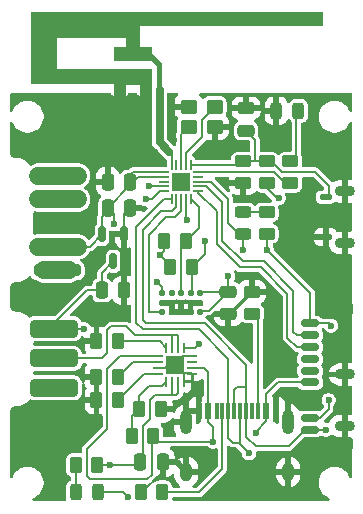
<source format=gtl>
%TF.GenerationSoftware,KiCad,Pcbnew,9.0.4*%
%TF.CreationDate,2025-12-02T01:12:31+00:00*%
%TF.ProjectId,dtv2,64747632-2e6b-4696-9361-645f70636258,rev?*%
%TF.SameCoordinates,Original*%
%TF.FileFunction,Copper,L1,Top*%
%TF.FilePolarity,Positive*%
%FSLAX46Y46*%
G04 Gerber Fmt 4.6, Leading zero omitted, Abs format (unit mm)*
G04 Created by KiCad (PCBNEW 9.0.4) date 2025-12-02 01:12:31*
%MOMM*%
%LPD*%
G01*
G04 APERTURE LIST*
G04 Aperture macros list*
%AMRoundRect*
0 Rectangle with rounded corners*
0 $1 Rounding radius*
0 $2 $3 $4 $5 $6 $7 $8 $9 X,Y pos of 4 corners*
0 Add a 4 corners polygon primitive as box body*
4,1,4,$2,$3,$4,$5,$6,$7,$8,$9,$2,$3,0*
0 Add four circle primitives for the rounded corners*
1,1,$1+$1,$2,$3*
1,1,$1+$1,$4,$5*
1,1,$1+$1,$6,$7*
1,1,$1+$1,$8,$9*
0 Add four rect primitives between the rounded corners*
20,1,$1+$1,$2,$3,$4,$5,0*
20,1,$1+$1,$4,$5,$6,$7,0*
20,1,$1+$1,$6,$7,$8,$9,0*
20,1,$1+$1,$8,$9,$2,$3,0*%
G04 Aperture macros list end*
%TA.AperFunction,EtchedComponent*%
%ADD10C,0.000000*%
%TD*%
%TA.AperFunction,SMDPad,CuDef*%
%ADD11RoundRect,0.250000X0.262500X0.450000X-0.262500X0.450000X-0.262500X-0.450000X0.262500X-0.450000X0*%
%TD*%
%TA.AperFunction,SMDPad,CuDef*%
%ADD12RoundRect,0.250000X-0.262500X-0.450000X0.262500X-0.450000X0.262500X0.450000X-0.262500X0.450000X0*%
%TD*%
%TA.AperFunction,SMDPad,CuDef*%
%ADD13RoundRect,0.243750X0.243750X0.456250X-0.243750X0.456250X-0.243750X-0.456250X0.243750X-0.456250X0*%
%TD*%
%TA.AperFunction,SMDPad,CuDef*%
%ADD14RoundRect,0.250000X-0.450000X0.262500X-0.450000X-0.262500X0.450000X-0.262500X0.450000X0.262500X0*%
%TD*%
%TA.AperFunction,SMDPad,CuDef*%
%ADD15RoundRect,0.250000X0.450000X-0.262500X0.450000X0.262500X-0.450000X0.262500X-0.450000X-0.262500X0*%
%TD*%
%TA.AperFunction,SMDPad,CuDef*%
%ADD16RoundRect,0.062500X0.127500X0.062500X-0.127500X0.062500X-0.127500X-0.062500X0.127500X-0.062500X0*%
%TD*%
%TA.AperFunction,SMDPad,CuDef*%
%ADD17RoundRect,0.125000X0.125000X0.125000X-0.125000X0.125000X-0.125000X-0.125000X0.125000X-0.125000X0*%
%TD*%
%TA.AperFunction,SMDPad,CuDef*%
%ADD18R,0.460000X0.460000*%
%TD*%
%TA.AperFunction,SMDPad,CuDef*%
%ADD19R,1.000000X0.460000*%
%TD*%
%TA.AperFunction,SMDPad,CuDef*%
%ADD20RoundRect,0.050000X-0.050000X0.375000X-0.050000X-0.375000X0.050000X-0.375000X0.050000X0.375000X0*%
%TD*%
%TA.AperFunction,SMDPad,CuDef*%
%ADD21RoundRect,0.050000X-0.375000X0.050000X-0.375000X-0.050000X0.375000X-0.050000X0.375000X0.050000X0*%
%TD*%
%TA.AperFunction,HeatsinkPad*%
%ADD22R,1.650000X1.650000*%
%TD*%
%TA.AperFunction,SMDPad,CuDef*%
%ADD23RoundRect,0.243750X0.456250X-0.243750X0.456250X0.243750X-0.456250X0.243750X-0.456250X-0.243750X0*%
%TD*%
%TA.AperFunction,SMDPad,CuDef*%
%ADD24RoundRect,0.250000X0.475000X-0.250000X0.475000X0.250000X-0.475000X0.250000X-0.475000X-0.250000X0*%
%TD*%
%TA.AperFunction,SMDPad,CuDef*%
%ADD25RoundRect,0.150000X-0.150000X0.512500X-0.150000X-0.512500X0.150000X-0.512500X0.150000X0.512500X0*%
%TD*%
%TA.AperFunction,SMDPad,CuDef*%
%ADD26RoundRect,0.250000X-0.450000X-0.350000X0.450000X-0.350000X0.450000X0.350000X-0.450000X0.350000X0*%
%TD*%
%TA.AperFunction,SMDPad,CuDef*%
%ADD27RoundRect,0.250000X-0.475000X0.250000X-0.475000X-0.250000X0.475000X-0.250000X0.475000X0.250000X0*%
%TD*%
%TA.AperFunction,SMDPad,CuDef*%
%ADD28RoundRect,0.062500X0.062500X-0.375000X0.062500X0.375000X-0.062500X0.375000X-0.062500X-0.375000X0*%
%TD*%
%TA.AperFunction,SMDPad,CuDef*%
%ADD29RoundRect,0.062500X0.375000X-0.062500X0.375000X0.062500X-0.375000X0.062500X-0.375000X-0.062500X0*%
%TD*%
%TA.AperFunction,HeatsinkPad*%
%ADD30R,1.600000X1.600000*%
%TD*%
%TA.AperFunction,SMDPad,CuDef*%
%ADD31RoundRect,0.250000X-0.250000X-0.475000X0.250000X-0.475000X0.250000X0.475000X-0.250000X0.475000X0*%
%TD*%
%TA.AperFunction,SMDPad,CuDef*%
%ADD32RoundRect,0.075000X0.425000X-0.175000X0.425000X0.175000X-0.425000X0.175000X-0.425000X-0.175000X0*%
%TD*%
%TA.AperFunction,ComponentPad*%
%ADD33O,1.700000X0.900000*%
%TD*%
%TA.AperFunction,SMDPad,CuDef*%
%ADD34RoundRect,0.243750X-0.243750X-0.456250X0.243750X-0.456250X0.243750X0.456250X-0.243750X0.456250X0*%
%TD*%
%TA.AperFunction,SMDPad,CuDef*%
%ADD35RoundRect,0.250000X0.250000X0.475000X-0.250000X0.475000X-0.250000X-0.475000X0.250000X-0.475000X0*%
%TD*%
%TA.AperFunction,SMDPad,CuDef*%
%ADD36R,0.600000X1.450000*%
%TD*%
%TA.AperFunction,SMDPad,CuDef*%
%ADD37R,0.300000X1.450000*%
%TD*%
%TA.AperFunction,HeatsinkPad*%
%ADD38O,1.000000X2.100000*%
%TD*%
%TA.AperFunction,HeatsinkPad*%
%ADD39O,1.000000X1.600000*%
%TD*%
%TA.AperFunction,SMDPad,CuDef*%
%ADD40RoundRect,0.375000X-1.675000X-0.375000X1.675000X-0.375000X1.675000X0.375000X-1.675000X0.375000X0*%
%TD*%
%TA.AperFunction,SMDPad,CuDef*%
%ADD41RoundRect,0.150000X-0.625000X0.150000X-0.625000X-0.150000X0.625000X-0.150000X0.625000X0.150000X0*%
%TD*%
%TA.AperFunction,SMDPad,CuDef*%
%ADD42RoundRect,0.250000X-1.000000X0.350000X-1.000000X-0.350000X1.000000X-0.350000X1.000000X0.350000X0*%
%TD*%
%TA.AperFunction,SMDPad,CuDef*%
%ADD43RoundRect,0.250000X0.600000X-0.250000X0.600000X0.250000X-0.600000X0.250000X-0.600000X-0.250000X0*%
%TD*%
%TA.AperFunction,ViaPad*%
%ADD44C,0.600000*%
%TD*%
%TA.AperFunction,Conductor*%
%ADD45C,0.300000*%
%TD*%
%TA.AperFunction,Conductor*%
%ADD46C,0.152000*%
%TD*%
%TA.AperFunction,Conductor*%
%ADD47C,0.500000*%
%TD*%
%TA.AperFunction,Conductor*%
%ADD48C,0.200000*%
%TD*%
%TA.AperFunction,Conductor*%
%ADD49C,1.000000*%
%TD*%
%TA.AperFunction,Conductor*%
%ADD50C,0.700000*%
%TD*%
%TA.AperFunction,Conductor*%
%ADD51C,1.500000*%
%TD*%
G04 APERTURE END LIST*
D10*
%TA.AperFunction,EtchedComponent*%
%TO.C,E1*%
G36*
X127012270Y-59311270D02*
G01*
X111501270Y-59311270D01*
X111501270Y-61108730D01*
X112501270Y-61108730D01*
X112501270Y-61719406D01*
X113411270Y-62479406D01*
X113411270Y-65011270D01*
X112948730Y-65011270D01*
X112948730Y-62730601D01*
X112449546Y-62321270D01*
X109298730Y-62321270D01*
X109298730Y-61108730D01*
X110298730Y-61108730D01*
X110298730Y-60311270D01*
X104501270Y-60311270D01*
X104501270Y-62978730D01*
X112501270Y-62978730D01*
X112501270Y-65011270D01*
X111498730Y-65011270D01*
X111498730Y-64311270D01*
X110301270Y-64311270D01*
X110301270Y-65011270D01*
X109298730Y-65011270D01*
X109298730Y-64271270D01*
X102318730Y-64271270D01*
X102318730Y-58098730D01*
X127012270Y-58098730D01*
X127012270Y-59311270D01*
G37*
%TD.AperFunction*%
%TD*%
D11*
%TO.P,R2,1*%
%TO.N,Net-(J1-CC1)*%
X113412500Y-98800000D03*
%TO.P,R2,2*%
%TO.N,GND*%
X111587500Y-98800000D03*
%TD*%
D12*
%TO.P,R7,1*%
%TO.N,Net-(U3-TS)*%
X110837500Y-94000000D03*
%TO.P,R7,2*%
%TO.N,+5V*%
X112662500Y-94000000D03*
%TD*%
D13*
%TO.P,D3,1,K*%
%TO.N,Net-(D3-K)*%
X107937500Y-98800000D03*
%TO.P,D3,2,A*%
%TO.N,Net-(D3-A)*%
X106062500Y-98800000D03*
%TD*%
D14*
%TO.P,R15,1*%
%TO.N,VIN_DIV*%
X122250000Y-70787500D03*
%TO.P,R15,2*%
%TO.N,Net-(SW1-A)*%
X122250000Y-72612500D03*
%TD*%
D15*
%TO.P,R4,1*%
%TO.N,Net-(U1-PA2{slash}R{slash}T1{slash}SDA2{slash}SCS_{slash}PWM2{slash}TMR1{slash}CN)*%
X124250000Y-72612500D03*
%TO.P,R4,2*%
%TO.N,Net-(D1-A)*%
X124250000Y-70787500D03*
%TD*%
D12*
%TO.P,R9,1*%
%TO.N,GND*%
X107837500Y-86000000D03*
%TO.P,R9,2*%
%TO.N,Net-(U3-ILIM)*%
X109662500Y-86000000D03*
%TD*%
D16*
%TO.P,U5,1,AVDDVCSEL*%
%TO.N,+3V3*%
X116740000Y-83425000D03*
D17*
X116600000Y-83550000D03*
%TO.P,U5,2,AVSSVCSEL*%
%TO.N,GND*%
X115800000Y-83550000D03*
%TO.P,U5,3,GND*%
X115000000Y-83550000D03*
%TO.P,U5,4,GND*%
X114200000Y-83550000D03*
%TO.P,U5,5,XSHUT*%
%TO.N,XSHUT*%
X113400000Y-83550000D03*
%TO.P,U5,6,GND*%
%TO.N,GND*%
X113400000Y-82750000D03*
%TO.P,U5,7,GPIO1*%
%TO.N,ToF_INT*%
X113400000Y-81950000D03*
%TO.P,U5,8,DNC*%
%TO.N,unconnected-(U5-DNC-Pad8)*%
X114200000Y-81950000D03*
%TO.P,U5,9,SDA*%
%TO.N,ToF_SDA*%
X115000000Y-81950000D03*
%TO.P,U5,10,SCL*%
%TO.N,ToF_SCL*%
X115800000Y-81950000D03*
%TO.P,U5,11,AVDD*%
%TO.N,+3V3*%
X116600000Y-81950000D03*
%TO.P,U5,12,GND*%
%TO.N,GND*%
X116600000Y-82750000D03*
%TD*%
D12*
%TO.P,R8,1*%
%TO.N,Net-(U3-TS)*%
X111437500Y-91750000D03*
%TO.P,R8,2*%
%TO.N,GND*%
X113262500Y-91750000D03*
%TD*%
D15*
%TO.P,R18,1*%
%TO.N,+3V3*%
X122250000Y-76912500D03*
%TO.P,R18,2*%
%TO.N,Net-(D2-A)*%
X122250000Y-75087500D03*
%TD*%
%TO.P,R3,1*%
%TO.N,Net-(J1-CC2)*%
X121000000Y-83662500D03*
%TO.P,R3,2*%
%TO.N,GND*%
X121000000Y-81837500D03*
%TD*%
D18*
%TO.P,E1,ANT,SIGNAL*%
%TO.N,Net-(E1-SIGNAL)*%
X113180000Y-64780000D03*
D19*
%TO.P,E1,GND,GND*%
%TO.N,GND*%
X112000000Y-64780000D03*
%TO.P,E1,GND2,GND*%
X109800000Y-64780000D03*
%TD*%
D20*
%TO.P,U1,1,PA3/T/R1/SCL2/SCK/PWM3/CP0*%
%TO.N,VIN_DIV*%
X115800000Y-71050000D03*
%TO.P,U1,2,X0*%
%TO.N,Net-(U1-X0)*%
X115400000Y-71050000D03*
%TO.P,U1,3,X1*%
%TO.N,Net-(U1-X1)*%
X115000000Y-71050000D03*
%TO.P,U1,4,NC*%
%TO.N,unconnected-(U1-NC-Pad4)*%
X114600000Y-71050000D03*
%TO.P,U1,5,ANT*%
%TO.N,Net-(E1-SIGNAL)*%
X114200000Y-71050000D03*
D21*
%TO.P,U1,6,VDD33*%
%TO.N,+3V3*%
X113550000Y-71700000D03*
%TO.P,U1,7,VIO33*%
X113550000Y-72100000D03*
%TO.P,U1,8,V5*%
%TO.N,unconnected-(U1-V5-Pad8)*%
X113550000Y-72500000D03*
%TO.P,U1,9,PA9/SDA/R5/TMR3*%
%TO.N,SP3T_0*%
X113550000Y-72900000D03*
%TO.P,U1,10,PA8/SCL/T5/PWM5/RST*%
%TO.N,SP3T_1*%
X113550000Y-73300000D03*
D20*
%TO.P,U1,11,PA0/UDM/R2/T3/SCL1*%
%TO.N,SWDIO*%
X114200000Y-73950000D03*
%TO.P,U1,12,PA1/UDP/R3/T2/SDA1*%
%TO.N,SWCLK*%
X114600000Y-73950000D03*
%TO.P,U1,13,PA4/SCS/PWM4/TMR2*%
%TO.N,XSHUT*%
X115000000Y-73950000D03*
%TO.P,U1,14,PA5/SCK/SCL3*%
%TO.N,ToF_SCL*%
X115400000Y-73950000D03*
%TO.P,U1,15,PA6/MISO/R4/SDA3*%
%TO.N,ToF_SDA*%
X115800000Y-73950000D03*
D21*
%TO.P,U1,16,PA7/MOSI/T4/PWM1/TMR/RST_/CP1*%
%TO.N,DEBUG_TX*%
X116450000Y-73300000D03*
%TO.P,U1,17,PA10/R6/T7*%
%TO.N,EXT_TRIG*%
X116450000Y-72900000D03*
%TO.P,U1,18,PA11/R7/T6*%
%TO.N,ToF_INT*%
X116450000Y-72500000D03*
%TO.P,U1,19,NC*%
%TO.N,unconnected-(U1-NC-Pad19)*%
X116450000Y-72100000D03*
%TO.P,U1,20,PA2/R/T1/SDA2/SCS_/PWM2/TMR1/CN*%
%TO.N,Net-(U1-PA2{slash}R{slash}T1{slash}SDA2{slash}SCS_{slash}PWM2{slash}TMR1{slash}CN)*%
X116450000Y-71700000D03*
D22*
%TO.P,U1,21,EP*%
%TO.N,GND*%
X115000000Y-72500000D03*
%TD*%
D23*
%TO.P,D2,1,K*%
%TO.N,ToF_INT*%
X120250000Y-76937500D03*
%TO.P,D2,2,A*%
%TO.N,Net-(D2-A)*%
X120250000Y-75062500D03*
%TD*%
D24*
%TO.P,C7,1*%
%TO.N,VIN_DIV*%
X120500000Y-68200000D03*
%TO.P,C7,2*%
%TO.N,GND*%
X120500000Y-66300000D03*
%TD*%
D25*
%TO.P,U2,1,GND*%
%TO.N,GND*%
X110200000Y-76962500D03*
%TO.P,U2,2,VO*%
%TO.N,+3V3*%
X108300000Y-76962500D03*
%TO.P,U2,3,VI*%
%TO.N,Net-(SW1-A)*%
X109250000Y-79237500D03*
%TD*%
D11*
%TO.P,R11,1*%
%TO.N,ToF_SCL*%
X115912500Y-79750000D03*
%TO.P,R11,2*%
%TO.N,+3V3*%
X114087500Y-79750000D03*
%TD*%
D26*
%TO.P,Y1,1,1*%
%TO.N,Net-(U1-X1)*%
X115650000Y-67850000D03*
%TO.P,Y1,2,2*%
%TO.N,GND*%
X117850000Y-67850000D03*
%TO.P,Y1,3,3*%
%TO.N,Net-(U1-X0)*%
X117850000Y-66150000D03*
%TO.P,Y1,4,4*%
%TO.N,GND*%
X115650000Y-66150000D03*
%TD*%
D12*
%TO.P,R10,1*%
%TO.N,GND*%
X107837500Y-91000000D03*
%TO.P,R10,2*%
%TO.N,Net-(U3-ISET)*%
X109662500Y-91000000D03*
%TD*%
D27*
%TO.P,C6,1*%
%TO.N,+3V3*%
X119000000Y-81800000D03*
%TO.P,C6,2*%
%TO.N,GND*%
X119000000Y-83700000D03*
%TD*%
D28*
%TO.P,U3,1,TS*%
%TO.N,Net-(U3-TS)*%
X113750000Y-89437500D03*
%TO.P,U3,2,BAT*%
%TO.N,+BATT*%
X114250000Y-89437500D03*
%TO.P,U3,3,BAT*%
X114750000Y-89437500D03*
%TO.P,U3,4,~{CE}*%
%TO.N,GND*%
X115250000Y-89437500D03*
D29*
%TO.P,U3,5,EN2*%
X115937500Y-88750000D03*
%TO.P,U3,6,EN1*%
%TO.N,+5V*%
X115937500Y-88250000D03*
%TO.P,U3,7,~{PGOOD}*%
%TO.N,unconnected-(U3-~{PGOOD}-Pad7)*%
X115937500Y-87750000D03*
%TO.P,U3,8,VSS*%
%TO.N,GND*%
X115937500Y-87250000D03*
D28*
%TO.P,U3,9,~{CHG}*%
%TO.N,Net-(D3-K)*%
X115250000Y-86562500D03*
%TO.P,U3,10,OUT*%
%TO.N,PWR_MGMT_OUT*%
X114750000Y-86562500D03*
%TO.P,U3,11,OUT*%
X114250000Y-86562500D03*
%TO.P,U3,12,ILIM*%
%TO.N,Net-(U3-ILIM)*%
X113750000Y-86562500D03*
D29*
%TO.P,U3,13,IN*%
%TO.N,+5V*%
X113062500Y-87250000D03*
%TO.P,U3,14,TMR*%
%TO.N,Net-(U3-TMR)*%
X113062500Y-87750000D03*
%TO.P,U3,15,SYSOFF*%
%TO.N,GND*%
X113062500Y-88250000D03*
%TO.P,U3,16,ISET*%
%TO.N,Net-(U3-ISET)*%
X113062500Y-88750000D03*
D30*
%TO.P,U3,17,VSS*%
%TO.N,GND*%
X114500000Y-88000000D03*
%TD*%
D31*
%TO.P,C5,1*%
%TO.N,+BATT*%
X111550000Y-96250000D03*
%TO.P,C5,2*%
%TO.N,GND*%
X113450000Y-96250000D03*
%TD*%
D15*
%TO.P,R16,1*%
%TO.N,GND*%
X120250000Y-72612500D03*
%TO.P,R16,2*%
%TO.N,VIN_DIV*%
X120250000Y-70787500D03*
%TD*%
D11*
%TO.P,R12,1*%
%TO.N,ToF_SDA*%
X115412500Y-77500000D03*
%TO.P,R12,2*%
%TO.N,+3V3*%
X113587500Y-77500000D03*
%TD*%
D32*
%TO.P,SW4,1,1*%
%TO.N,VIN_DIV*%
X127250000Y-73800000D03*
%TO.P,SW4,2,2*%
%TO.N,GND*%
X127250000Y-77200000D03*
D33*
%TO.P,SW4,3,gnd*%
X128850000Y-73325000D03*
X128850000Y-77675000D03*
%TD*%
D31*
%TO.P,C4,1*%
%TO.N,+3V3*%
X108800000Y-74750000D03*
%TO.P,C4,2*%
%TO.N,GND*%
X110700000Y-74750000D03*
%TD*%
%TO.P,C3,1*%
%TO.N,Net-(SW1-A)*%
X108300000Y-81700000D03*
%TO.P,C3,2*%
%TO.N,GND*%
X110200000Y-81700000D03*
%TD*%
D12*
%TO.P,R17,1*%
%TO.N,Net-(D3-A)*%
X106087500Y-96500000D03*
%TO.P,R17,2*%
%TO.N,+BATT*%
X107912500Y-96500000D03*
%TD*%
D34*
%TO.P,D1,1,K*%
%TO.N,GND*%
X123062500Y-66500000D03*
%TO.P,D1,2,A*%
%TO.N,Net-(D1-A)*%
X124937500Y-66500000D03*
%TD*%
D35*
%TO.P,C1,1*%
%TO.N,+3V3*%
X110700000Y-72500000D03*
%TO.P,C1,2*%
%TO.N,GND*%
X108800000Y-72500000D03*
%TD*%
D36*
%TO.P,J1,A1,GND*%
%TO.N,GND*%
X116500000Y-91955000D03*
%TO.P,J1,A4,VBUS*%
%TO.N,+5V*%
X117300000Y-91955000D03*
D37*
%TO.P,J1,A5,CC1*%
%TO.N,Net-(J1-CC1)*%
X118500000Y-91955000D03*
%TO.P,J1,A6,D+*%
%TO.N,SWCLK*%
X119500000Y-91955000D03*
%TO.P,J1,A7,D-*%
%TO.N,SWDIO*%
X120000000Y-91955000D03*
%TO.P,J1,A8,SBU1*%
%TO.N,unconnected-(J1-SBU1-PadA8)*%
X121000000Y-91955000D03*
D36*
%TO.P,J1,A9,VBUS*%
%TO.N,+5V*%
X122200000Y-91955000D03*
%TO.P,J1,A12,GND*%
%TO.N,GND*%
X123000000Y-91955000D03*
%TO.P,J1,B1,GND*%
X123000000Y-91955000D03*
%TO.P,J1,B4,VBUS*%
%TO.N,+5V*%
X122200000Y-91955000D03*
D37*
%TO.P,J1,B5,CC2*%
%TO.N,Net-(J1-CC2)*%
X121500000Y-91955000D03*
%TO.P,J1,B6,D+*%
%TO.N,SWCLK*%
X120500000Y-91955000D03*
%TO.P,J1,B7,D-*%
%TO.N,SWDIO*%
X119000000Y-91955000D03*
%TO.P,J1,B8,SBU2*%
%TO.N,unconnected-(J1-SBU2-PadB8)*%
X118000000Y-91955000D03*
D36*
%TO.P,J1,B9,VBUS*%
%TO.N,+5V*%
X117300000Y-91955000D03*
%TO.P,J1,B12,GND*%
%TO.N,GND*%
X116500000Y-91955000D03*
D38*
%TO.P,J1,S1,SHIELD*%
X115430000Y-92870000D03*
D39*
X115430000Y-97050000D03*
D38*
X124070000Y-92870000D03*
D39*
X124070000Y-97050000D03*
%TD*%
D40*
%TO.P,SW1,1,A*%
%TO.N,Net-(SW1-A)*%
X104250000Y-84960000D03*
%TO.P,SW1,2,B*%
%TO.N,PWR_MGMT_OUT*%
X104250000Y-87460000D03*
%TO.P,SW1,3,C*%
%TO.N,unconnected-(SW1-C-Pad3)*%
X104250000Y-89960000D03*
%TD*%
D12*
%TO.P,R6,1*%
%TO.N,GND*%
X107837500Y-89000000D03*
%TO.P,R6,2*%
%TO.N,Net-(U3-TMR)*%
X109662500Y-89000000D03*
%TD*%
D41*
%TO.P,J3,1,Pin_1*%
%TO.N,+3V3*%
X125925000Y-84500000D03*
%TO.P,J3,2,Pin_2*%
%TO.N,EXT_TRIG*%
X125925000Y-85500000D03*
%TO.P,J3,3,Pin_3*%
%TO.N,DEBUG_TX*%
X125925000Y-86500000D03*
%TO.P,J3,4,Pin_4*%
%TO.N,unconnected-(J3-Pin_4-Pad4)*%
X125925000Y-87500000D03*
%TO.P,J3,5,Pin_5*%
%TO.N,unconnected-(J3-Pin_5-Pad5)*%
X125925000Y-88500000D03*
%TO.P,J3,6,Pin_6*%
%TO.N,+5V*%
X125925000Y-89500000D03*
%TO.P,J3,7,Pin_7*%
%TO.N,GND*%
X125925000Y-90500000D03*
%TO.P,J3,8,Pin_8*%
X125925000Y-91500000D03*
%TO.P,J3,9,Pin_9*%
%TO.N,SWDIO*%
X125925000Y-92500000D03*
%TO.P,J3,10,Pin_10*%
%TO.N,SWCLK*%
X125925000Y-93500000D03*
D42*
%TO.P,J3,GND,GND*%
%TO.N,GND*%
X128250000Y-83250000D03*
X128250000Y-94750000D03*
%TD*%
D43*
%TO.P,SW3,1,1*%
%TO.N,Net-(SW3-Pad1)*%
X105675000Y-80000000D03*
%TO.P,SW3,2,2*%
%TO.N,+3V3*%
X105675000Y-78000000D03*
%TO.P,SW3,3,3*%
%TO.N,SP3T_1*%
X105675000Y-74000000D03*
%TO.P,SW3,4,4*%
%TO.N,SP3T_0*%
X105675000Y-72000000D03*
%TO.P,SW3,5,5*%
%TO.N,Net-(SW3-Pad1)*%
X103375000Y-80000000D03*
%TO.P,SW3,6,6*%
%TO.N,+3V3*%
X103375000Y-78000000D03*
%TO.P,SW3,7,7*%
%TO.N,SP3T_1*%
X103375000Y-74000000D03*
%TO.P,SW3,8,8*%
%TO.N,SP3T_0*%
X103375000Y-72000000D03*
%TD*%
D33*
%TO.P,SW2,3,gnd*%
%TO.N,GND*%
X128850000Y-93175000D03*
X128850000Y-88825000D03*
%TD*%
D44*
%TO.N,GND*%
X114100000Y-67500000D03*
X112250000Y-68500000D03*
X107250000Y-83500000D03*
X112250000Y-66250000D03*
X112250000Y-69250000D03*
X114100000Y-68250000D03*
X114100000Y-66000000D03*
X114100000Y-65250000D03*
X112250000Y-67750000D03*
X112250000Y-65500000D03*
X103750000Y-82500000D03*
X120000000Y-86000000D03*
X105500000Y-76000000D03*
X113400000Y-70700000D03*
X114100000Y-66750000D03*
X121250000Y-74000000D03*
X112250000Y-67000000D03*
X112750000Y-70000000D03*
X115000000Y-72500000D03*
X103000000Y-93250000D03*
X115000000Y-82800000D03*
X114400000Y-69000000D03*
%TO.N,+5V*%
X117700000Y-94500000D03*
X121300000Y-93800000D03*
%TO.N,+BATT*%
X109000000Y-96500000D03*
%TO.N,SWCLK*%
X127300000Y-93500000D03*
%TO.N,SWDIO*%
X127500000Y-91000000D03*
X120750000Y-95500000D03*
%TO.N,ToF_INT*%
X120250000Y-78250000D03*
X113000000Y-81000000D03*
%TO.N,ToF_SCL*%
X115500000Y-75750000D03*
X117000000Y-77500000D03*
%TO.N,SP3T_0*%
X112250000Y-72900000D03*
X104500000Y-72000000D03*
%TO.N,SP3T_1*%
X112000000Y-74000000D03*
X104500000Y-74000000D03*
%TO.N,Net-(SW1-A)*%
X123250000Y-73900000D03*
X106800000Y-85000000D03*
%TO.N,Net-(D3-K)*%
X116500000Y-86250000D03*
X110500000Y-99200000D03*
%TO.N,+3V3*%
X127700000Y-84700000D03*
X122250000Y-78250000D03*
X113250000Y-78750000D03*
X119000000Y-80500000D03*
X109300000Y-76100000D03*
%TD*%
D45*
%TO.N,GND*%
X119137500Y-83700000D02*
X121000000Y-81837500D01*
D46*
X110700000Y-74750000D02*
X110650000Y-74750000D01*
X115250000Y-89437500D02*
X115250000Y-88750000D01*
X110650000Y-74750000D02*
X110200000Y-75200000D01*
D47*
X119000000Y-83700000D02*
X119137500Y-83700000D01*
D48*
X113062500Y-88250000D02*
X114250000Y-88250000D01*
D46*
X115937500Y-87250000D02*
X115887500Y-87300000D01*
X115200000Y-88700000D02*
X114500000Y-88000000D01*
D48*
X114250000Y-88250000D02*
X114500000Y-88000000D01*
D46*
X115887500Y-87300000D02*
X115200000Y-87300000D01*
D48*
X111700000Y-98800000D02*
X111587500Y-98800000D01*
D49*
X109800000Y-64780000D02*
X109800000Y-65661270D01*
D46*
X115937500Y-88750000D02*
X115887500Y-88700000D01*
X110200000Y-75200000D02*
X110200000Y-76962500D01*
D48*
X113450000Y-96250000D02*
X113450000Y-97050000D01*
D49*
X112000000Y-64780000D02*
X112000000Y-66000000D01*
D48*
X113450000Y-97050000D02*
X111700000Y-98800000D01*
D46*
X115200000Y-87300000D02*
X114500000Y-88000000D01*
X115887500Y-88700000D02*
X115200000Y-88700000D01*
D47*
X113450000Y-96250000D02*
X114630000Y-96250000D01*
D46*
X115250000Y-88750000D02*
X114500000Y-88000000D01*
D47*
X114630000Y-96250000D02*
X115430000Y-97050000D01*
D48*
%TO.N,PWR_MGMT_OUT*%
X108750000Y-85100000D02*
X109100000Y-84750000D01*
X108750000Y-87000000D02*
X108750000Y-85100000D01*
X114250000Y-86562500D02*
X114250000Y-85500000D01*
X108290000Y-87460000D02*
X108750000Y-87000000D01*
X110350000Y-84750000D02*
X111100000Y-85500000D01*
X114650000Y-85500000D02*
X114750000Y-85600000D01*
X111100000Y-85500000D02*
X114250000Y-85500000D01*
X114750000Y-85600000D02*
X114750000Y-86562500D01*
X114250000Y-85500000D02*
X114650000Y-85500000D01*
X109100000Y-84750000D02*
X110350000Y-84750000D01*
X104250000Y-87460000D02*
X108290000Y-87460000D01*
%TO.N,+5V*%
X117300000Y-92885406D02*
X117700000Y-93285406D01*
X122200000Y-90500000D02*
X123200000Y-89500000D01*
X123200000Y-89500000D02*
X125925000Y-89500000D01*
X117300000Y-88600000D02*
X116950000Y-88250000D01*
X122200000Y-91955000D02*
X122200000Y-90500000D01*
X112662500Y-94000000D02*
X112500000Y-94162500D01*
X122200000Y-91955000D02*
X122200000Y-92800000D01*
X113162500Y-94500000D02*
X112662500Y-94000000D01*
X112500000Y-94162500D02*
X112500000Y-97300000D01*
X107000000Y-95150000D02*
X108750000Y-93400000D01*
X121300000Y-93700000D02*
X121300000Y-93800000D01*
X117700000Y-94500000D02*
X113162500Y-94500000D01*
X117700000Y-93285406D02*
X117700000Y-94500000D01*
X116950000Y-88250000D02*
X115937500Y-88250000D01*
X109850000Y-87250000D02*
X113062500Y-87250000D01*
X108750000Y-88350000D02*
X109850000Y-87250000D01*
X108750000Y-93400000D02*
X108750000Y-88350000D01*
X122200000Y-92800000D02*
X121300000Y-93700000D01*
X112150000Y-97650000D02*
X107250000Y-97650000D01*
X107250000Y-97650000D02*
X107000000Y-97400000D01*
X112500000Y-97300000D02*
X112150000Y-97650000D01*
X117300000Y-91955000D02*
X117300000Y-92885406D01*
X117300000Y-91955000D02*
X117300000Y-88600000D01*
X107000000Y-97400000D02*
X107000000Y-95150000D01*
%TO.N,Net-(J1-CC1)*%
X118500000Y-96800000D02*
X118500000Y-91955000D01*
X113412500Y-98800000D02*
X116500000Y-98800000D01*
X116500000Y-98800000D02*
X118500000Y-96800000D01*
%TO.N,Net-(J1-CC2)*%
X121500000Y-84162500D02*
X121500000Y-91955000D01*
X121000000Y-83662500D02*
X121500000Y-84162500D01*
%TO.N,Net-(U3-TMR)*%
X109662500Y-89000000D02*
X110912500Y-87750000D01*
X110912500Y-87750000D02*
X113062500Y-87750000D01*
%TO.N,Net-(U3-TS)*%
X110837500Y-92350000D02*
X111437500Y-91750000D01*
X110837500Y-94000000D02*
X110837500Y-92350000D01*
X112300000Y-89800000D02*
X111437500Y-90662500D01*
X113750000Y-89437500D02*
X113387500Y-89800000D01*
X113387500Y-89800000D02*
X112300000Y-89800000D01*
X111437500Y-90662500D02*
X111437500Y-91750000D01*
%TO.N,Net-(U3-ILIM)*%
X109662500Y-86000000D02*
X113187500Y-86000000D01*
X113187500Y-86000000D02*
X113750000Y-86562500D01*
%TO.N,Net-(U3-ISET)*%
X109662500Y-90987500D02*
X111900000Y-88750000D01*
X109662500Y-91000000D02*
X109662500Y-90987500D01*
X111900000Y-88750000D02*
X113062500Y-88750000D01*
%TO.N,Net-(U1-X1)*%
X115150000Y-68350000D02*
X115400000Y-68350000D01*
X115000000Y-71050000D02*
X115000000Y-68500000D01*
X115000000Y-68500000D02*
X115150000Y-68350000D01*
%TO.N,Net-(U1-X0)*%
X116750000Y-67250000D02*
X116750000Y-68750000D01*
X117350000Y-66650000D02*
X116750000Y-67250000D01*
X117600000Y-66650000D02*
X117350000Y-66650000D01*
X116750000Y-68750000D02*
X115400000Y-70100000D01*
X115400000Y-70100000D02*
X115400000Y-71050000D01*
D50*
%TO.N,Net-(E1-SIGNAL)*%
X113180000Y-64780000D02*
X113180000Y-69180000D01*
D48*
X114200000Y-71050000D02*
X114200000Y-70200000D01*
D50*
X113180000Y-69180000D02*
X114000000Y-70000000D01*
D48*
X114200000Y-70200000D02*
X114000000Y-70000000D01*
%TO.N,+BATT*%
X114600000Y-90550000D02*
X114750000Y-90400000D01*
X111750000Y-96050000D02*
X111750000Y-93200000D01*
X112750000Y-90550000D02*
X114250000Y-90550000D01*
X111550000Y-96250000D02*
X111750000Y-96050000D01*
X112350000Y-90950000D02*
X112750000Y-90550000D01*
X107912500Y-96500000D02*
X109000000Y-96500000D01*
X114250000Y-90550000D02*
X114600000Y-90550000D01*
X114250000Y-89437500D02*
X114250000Y-90550000D01*
X112350000Y-92600000D02*
X112350000Y-90950000D01*
X109000000Y-96500000D02*
X111300000Y-96500000D01*
X114750000Y-90400000D02*
X114750000Y-89437500D01*
X111750000Y-93200000D02*
X112350000Y-92600000D01*
X111300000Y-96500000D02*
X111550000Y-96250000D01*
%TO.N,SWCLK*%
X114600000Y-73950000D02*
X114600000Y-74650000D01*
X119700000Y-89900000D02*
X120500000Y-89900000D01*
X121300000Y-94900000D02*
X124100000Y-94900000D01*
X111750000Y-84250000D02*
X112000000Y-84500000D01*
X117000000Y-84500000D02*
X120500000Y-88000000D01*
X111750000Y-76565686D02*
X111750000Y-84250000D01*
X120500000Y-94100000D02*
X121300000Y-94900000D01*
X125925000Y-93500000D02*
X127300000Y-93500000D01*
X125500000Y-93500000D02*
X125925000Y-93500000D01*
X112000000Y-84500000D02*
X117000000Y-84500000D01*
X119500000Y-91955000D02*
X119500000Y-90100000D01*
X120500000Y-89900000D02*
X120500000Y-91955000D01*
X113315686Y-75000000D02*
X111750000Y-76565686D01*
X114600000Y-74650000D02*
X114250000Y-75000000D01*
X120500000Y-88000000D02*
X120500000Y-89900000D01*
X120500000Y-91955000D02*
X120500000Y-94100000D01*
X124100000Y-94900000D02*
X125500000Y-93500000D01*
X119500000Y-90100000D02*
X119700000Y-89900000D01*
X114250000Y-75000000D02*
X113315686Y-75000000D01*
X125750000Y-93500000D02*
X125925000Y-93500000D01*
%TO.N,SWDIO*%
X113550000Y-73950000D02*
X111200000Y-76300000D01*
X120000000Y-94600000D02*
X120000000Y-91955000D01*
X125500000Y-92500000D02*
X125925000Y-92500000D01*
X126750000Y-92500000D02*
X125925000Y-92500000D01*
X111200000Y-76300000D02*
X111200000Y-84450000D01*
X120000000Y-94750000D02*
X120750000Y-95500000D01*
X119000000Y-91955000D02*
X119000000Y-94200000D01*
X111750000Y-85000000D02*
X116500000Y-85000000D01*
X127500000Y-91750000D02*
X126750000Y-92500000D01*
X127500000Y-91000000D02*
X127500000Y-91750000D01*
X119000000Y-94200000D02*
X119400000Y-94600000D01*
X120000000Y-94600000D02*
X120000000Y-94750000D01*
X119400000Y-94600000D02*
X120000000Y-94600000D01*
X119000000Y-87500000D02*
X119000000Y-91955000D01*
X116500000Y-85000000D02*
X119000000Y-87500000D01*
X114200000Y-73950000D02*
X113550000Y-73950000D01*
X111200000Y-84450000D02*
X111750000Y-85000000D01*
%TO.N,ToF_INT*%
X119937500Y-76937500D02*
X120250000Y-76937500D01*
X119000000Y-74000000D02*
X119000000Y-76000000D01*
X117500000Y-72500000D02*
X119000000Y-74000000D01*
X119000000Y-76000000D02*
X119937500Y-76937500D01*
X113400000Y-81950000D02*
X113400000Y-81400000D01*
X113400000Y-81400000D02*
X113000000Y-81000000D01*
X116450000Y-72500000D02*
X117500000Y-72500000D01*
X120250000Y-76937500D02*
X120250000Y-78250000D01*
%TO.N,ToF_SCL*%
X115912500Y-81837500D02*
X115912500Y-79750000D01*
X117000000Y-78662500D02*
X115912500Y-79750000D01*
X117000000Y-77500000D02*
X117000000Y-78662500D01*
X115400000Y-75650000D02*
X115400000Y-73950000D01*
X115800000Y-81950000D02*
X115912500Y-81837500D01*
X115500000Y-75750000D02*
X115400000Y-75650000D01*
%TO.N,ToF_SDA*%
X115000000Y-81950000D02*
X115000000Y-77912500D01*
X115000000Y-77912500D02*
X115412500Y-77500000D01*
X116500000Y-74650000D02*
X115800000Y-73950000D01*
X115412500Y-77500000D02*
X116500000Y-76412500D01*
X116500000Y-76412500D02*
X116500000Y-74650000D01*
%TO.N,XSHUT*%
X113750000Y-75500000D02*
X114500000Y-75500000D01*
X112250000Y-83500000D02*
X112250000Y-77000000D01*
X114500000Y-75500000D02*
X115000000Y-75000000D01*
X115000000Y-75000000D02*
X115000000Y-73950000D01*
X112300000Y-83550000D02*
X112250000Y-83500000D01*
X112250000Y-77000000D02*
X113750000Y-75500000D01*
X113400000Y-83550000D02*
X112300000Y-83550000D01*
%TO.N,VIN_DIV*%
X126350000Y-71700000D02*
X127500000Y-72850000D01*
X123565686Y-71700000D02*
X126350000Y-71700000D01*
X120500000Y-68200000D02*
X121250000Y-68950000D01*
X122653186Y-70787500D02*
X123565686Y-71700000D01*
X122250000Y-70787500D02*
X122653186Y-70787500D01*
X115800000Y-71050000D02*
X119987500Y-71050000D01*
X119987500Y-71050000D02*
X120250000Y-70787500D01*
X127500000Y-73550000D02*
X127250000Y-73800000D01*
X120250000Y-70787500D02*
X121250000Y-70787500D01*
X127500000Y-72850000D02*
X127500000Y-73550000D01*
X121250000Y-70787500D02*
X122250000Y-70787500D01*
X121250000Y-68950000D02*
X121250000Y-70787500D01*
D51*
%TO.N,SP3T_0*%
X104500000Y-72000000D02*
X106275000Y-72000000D01*
D48*
X103375000Y-72000000D02*
X104500000Y-72000000D01*
X112250000Y-72900000D02*
X113550000Y-72900000D01*
D51*
X102925000Y-72000000D02*
X104500000Y-72000000D01*
%TO.N,SP3T_1*%
X104500000Y-74000000D02*
X106275000Y-74000000D01*
D48*
X112000000Y-74000000D02*
X112500000Y-74000000D01*
X113200000Y-73300000D02*
X113550000Y-73300000D01*
X103375000Y-74000000D02*
X104500000Y-74000000D01*
X112500000Y-74000000D02*
X113200000Y-73300000D01*
D51*
X102925000Y-74000000D02*
X104500000Y-74000000D01*
D48*
%TO.N,DEBUG_TX*%
X124000000Y-82000000D02*
X124000000Y-85700000D01*
X118000000Y-75000000D02*
X118000000Y-77750000D01*
X124800000Y-86500000D02*
X125925000Y-86500000D01*
X116450000Y-73450000D02*
X118000000Y-75000000D01*
X120000000Y-79750000D02*
X121750000Y-79750000D01*
X118000000Y-77750000D02*
X120000000Y-79750000D01*
X121750000Y-79750000D02*
X124000000Y-82000000D01*
X124000000Y-85700000D02*
X124800000Y-86500000D01*
X116450000Y-73300000D02*
X116450000Y-73450000D01*
%TO.N,EXT_TRIG*%
X124500000Y-81750000D02*
X124500000Y-85200000D01*
X124500000Y-85200000D02*
X124800000Y-85500000D01*
X118500000Y-77500000D02*
X120250000Y-79250000D01*
X116450000Y-72900000D02*
X117150000Y-72900000D01*
X122000000Y-79250000D02*
X124500000Y-81750000D01*
X117150000Y-72900000D02*
X118500000Y-74250000D01*
X118500000Y-74250000D02*
X118500000Y-77500000D01*
X120250000Y-79250000D02*
X122000000Y-79250000D01*
X124800000Y-85500000D02*
X125925000Y-85500000D01*
%TO.N,Net-(D2-A)*%
X122225000Y-75062500D02*
X122250000Y-75087500D01*
X120250000Y-75062500D02*
X122225000Y-75062500D01*
%TO.N,Net-(SW1-A)*%
X107050000Y-81700000D02*
X104250000Y-84500000D01*
X108300000Y-80200000D02*
X109250000Y-79250000D01*
X108300000Y-81700000D02*
X107050000Y-81700000D01*
X109250000Y-79250000D02*
X109250000Y-79237500D01*
X104290000Y-85000000D02*
X104250000Y-84960000D01*
X123250000Y-73900000D02*
X123150000Y-73900000D01*
X108300000Y-81700000D02*
X108300000Y-80200000D01*
X104250000Y-84500000D02*
X104250000Y-84960000D01*
X123150000Y-73900000D02*
X122250000Y-73000000D01*
X106800000Y-85000000D02*
X104290000Y-85000000D01*
X122250000Y-73000000D02*
X122250000Y-72612500D01*
%TO.N,Net-(D3-A)*%
X106087500Y-98775000D02*
X106062500Y-98800000D01*
X106087500Y-96500000D02*
X106087500Y-98775000D01*
%TO.N,Net-(D3-K)*%
X116500000Y-86250000D02*
X116187500Y-86562500D01*
X110500000Y-99200000D02*
X110100000Y-98800000D01*
X110100000Y-98800000D02*
X107937500Y-98800000D01*
X116187500Y-86562500D02*
X115250000Y-86562500D01*
%TO.N,Net-(D1-A)*%
X124937500Y-66500000D02*
X124750000Y-66687500D01*
X124750000Y-66687500D02*
X124750000Y-70287500D01*
X124750000Y-70287500D02*
X124250000Y-70787500D01*
%TO.N,Net-(U1-PA2{slash}R{slash}T1{slash}SDA2{slash}SCS_{slash}PWM2{slash}TMR1{slash}CN)*%
X123812500Y-72612500D02*
X124250000Y-72612500D01*
X122900000Y-71700000D02*
X123812500Y-72612500D01*
X116450000Y-71700000D02*
X122900000Y-71700000D01*
D51*
%TO.N,Net-(SW3-Pad1)*%
X103375000Y-80000000D02*
X105500000Y-80000000D01*
D48*
%TO.N,+3V3*%
X125925000Y-81925000D02*
X125925000Y-84500000D01*
X109300000Y-75250000D02*
X109300000Y-76100000D01*
X113587500Y-78412500D02*
X113587500Y-77500000D01*
X110950000Y-72500000D02*
X111350000Y-72100000D01*
X116740000Y-83425000D02*
X117325000Y-83425000D01*
X125925000Y-84500000D02*
X127500000Y-84500000D01*
X118950000Y-81800000D02*
X119000000Y-81800000D01*
X110700000Y-72500000D02*
X110950000Y-72500000D01*
X110700000Y-71950000D02*
X110700000Y-72500000D01*
X108800000Y-74700000D02*
X110700000Y-72800000D01*
X116750000Y-81800000D02*
X116600000Y-81950000D01*
X117325000Y-83425000D02*
X118950000Y-81800000D01*
X122250000Y-78250000D02*
X125925000Y-81925000D01*
D51*
X102925000Y-78000000D02*
X106275000Y-78000000D01*
D48*
X119000000Y-81800000D02*
X116750000Y-81800000D01*
X108300000Y-75500000D02*
X108800000Y-75000000D01*
X108800000Y-74750000D02*
X109300000Y-75250000D01*
X113250000Y-78750000D02*
X113587500Y-78412500D01*
X110950000Y-71700000D02*
X110700000Y-71950000D01*
X119000000Y-80500000D02*
X119000000Y-81800000D01*
X111350000Y-72100000D02*
X113550000Y-72100000D01*
X114087500Y-79750000D02*
X114087500Y-79587500D01*
X106275000Y-78000000D02*
X107262500Y-78000000D01*
X114087500Y-79587500D02*
X113250000Y-78750000D01*
X107262500Y-78000000D02*
X108300000Y-76962500D01*
X122250000Y-78250000D02*
X122250000Y-76912500D01*
X108300000Y-76962500D02*
X108300000Y-75500000D01*
X110700000Y-72800000D02*
X110700000Y-72500000D01*
X108800000Y-74750000D02*
X108800000Y-74700000D01*
X113550000Y-71700000D02*
X110950000Y-71700000D01*
X108800000Y-75000000D02*
X108800000Y-74750000D01*
X127500000Y-84500000D02*
X127700000Y-84700000D01*
%TD*%
%TA.AperFunction,Conductor*%
%TO.N,GND*%
G36*
X109098382Y-65056999D02*
G01*
X109138063Y-65139396D01*
X109138064Y-65139397D01*
X109209567Y-65196419D01*
X109298730Y-65216770D01*
X109298733Y-65216770D01*
X110301269Y-65216770D01*
X110301270Y-65216770D01*
X110346998Y-65211618D01*
X110429397Y-65171936D01*
X110486419Y-65100433D01*
X110506770Y-65011270D01*
X111293230Y-65011270D01*
X111298382Y-65056999D01*
X111338063Y-65139396D01*
X111338064Y-65139397D01*
X111409567Y-65196419D01*
X111498730Y-65216770D01*
X111498733Y-65216770D01*
X112501120Y-65216770D01*
X112500000Y-66750000D01*
X108250000Y-66750000D01*
X108250000Y-65011270D01*
X109093230Y-65011270D01*
X109098382Y-65056999D01*
G37*
%TD.AperFunction*%
%TD*%
%TA.AperFunction,Conductor*%
%TO.N,GND*%
G36*
X106971516Y-87880185D02*
G01*
X107017271Y-87932989D01*
X107027215Y-88002147D01*
X106998190Y-88065703D01*
X106992158Y-88072181D01*
X106982684Y-88081654D01*
X106890643Y-88230875D01*
X106890641Y-88230880D01*
X106835494Y-88397302D01*
X106835493Y-88397309D01*
X106825000Y-88500013D01*
X106825000Y-88750000D01*
X107713500Y-88750000D01*
X107780539Y-88769685D01*
X107826294Y-88822489D01*
X107837500Y-88874000D01*
X107837500Y-89000000D01*
X107963500Y-89000000D01*
X108030539Y-89019685D01*
X108076294Y-89072489D01*
X108087500Y-89124000D01*
X108087500Y-92199999D01*
X108149972Y-92199999D01*
X108149984Y-92199998D01*
X108212897Y-92193571D01*
X108281590Y-92206340D01*
X108332475Y-92254221D01*
X108349500Y-92316929D01*
X108349500Y-93182745D01*
X108329815Y-93249784D01*
X108313181Y-93270426D01*
X106679522Y-94904084D01*
X106679520Y-94904087D01*
X106626793Y-94995412D01*
X106610937Y-95054588D01*
X106610937Y-95054589D01*
X106610936Y-95054588D01*
X106599500Y-95097269D01*
X106599500Y-95384503D01*
X106579815Y-95451542D01*
X106527011Y-95497297D01*
X106460718Y-95507619D01*
X106419383Y-95502656D01*
X106393102Y-95499500D01*
X105781898Y-95499500D01*
X105742853Y-95504188D01*
X105693438Y-95510122D01*
X105552656Y-95565639D01*
X105432077Y-95657077D01*
X105340639Y-95777656D01*
X105285122Y-95918438D01*
X105282482Y-95940426D01*
X105274500Y-96006898D01*
X105274500Y-96993102D01*
X105278969Y-97030315D01*
X105285122Y-97081561D01*
X105285122Y-97081563D01*
X105285123Y-97081564D01*
X105295490Y-97107853D01*
X105340639Y-97222343D01*
X105432077Y-97342922D01*
X105552655Y-97434359D01*
X105552658Y-97434361D01*
X105608490Y-97456378D01*
X105625080Y-97469286D01*
X105644203Y-97478019D01*
X105652102Y-97490310D01*
X105663633Y-97499282D01*
X105670611Y-97519111D01*
X105681977Y-97536797D01*
X105685529Y-97561501D01*
X105686827Y-97565190D01*
X105687000Y-97571732D01*
X105687000Y-97726271D01*
X105667315Y-97793310D01*
X105614511Y-97839065D01*
X105608491Y-97841625D01*
X105549500Y-97864888D01*
X105430288Y-97955288D01*
X105339888Y-98074500D01*
X105339887Y-98074502D01*
X105285003Y-98213677D01*
X105283522Y-98226010D01*
X105274500Y-98301140D01*
X105274500Y-99298860D01*
X105275804Y-99309716D01*
X105281928Y-99360717D01*
X105270376Y-99429625D01*
X105223403Y-99481349D01*
X105158812Y-99499500D01*
X102538226Y-99499500D01*
X102471187Y-99479815D01*
X102425432Y-99427011D01*
X102415488Y-99357853D01*
X102444513Y-99294297D01*
X102499906Y-99257569D01*
X102518412Y-99251557D01*
X102707816Y-99155051D01*
X102755401Y-99120479D01*
X102879786Y-99030109D01*
X102879788Y-99030106D01*
X102879792Y-99030104D01*
X103030104Y-98879792D01*
X103030106Y-98879788D01*
X103030109Y-98879786D01*
X103155048Y-98707820D01*
X103155047Y-98707820D01*
X103155051Y-98707816D01*
X103251557Y-98518412D01*
X103317246Y-98316243D01*
X103350500Y-98106287D01*
X103350500Y-97893713D01*
X103317246Y-97683757D01*
X103251557Y-97481588D01*
X103155051Y-97292184D01*
X103155049Y-97292181D01*
X103155048Y-97292179D01*
X103030109Y-97120213D01*
X102879786Y-96969890D01*
X102707820Y-96844951D01*
X102518414Y-96748444D01*
X102518413Y-96748443D01*
X102518412Y-96748443D01*
X102316243Y-96682754D01*
X102316241Y-96682753D01*
X102316240Y-96682753D01*
X102154957Y-96657208D01*
X102106287Y-96649500D01*
X101893713Y-96649500D01*
X101845042Y-96657208D01*
X101683760Y-96682753D01*
X101481585Y-96748444D01*
X101292179Y-96844951D01*
X101120213Y-96969890D01*
X100969890Y-97120213D01*
X100844951Y-97292179D01*
X100748445Y-97481582D01*
X100748443Y-97481587D01*
X100748443Y-97481588D01*
X100742429Y-97500094D01*
X100702992Y-97557768D01*
X100638633Y-97584965D01*
X100569787Y-97573050D01*
X100518312Y-97525805D01*
X100500500Y-97461773D01*
X100500500Y-92006961D01*
X100501280Y-91993077D01*
X100505570Y-91955000D01*
X100511459Y-91902731D01*
X100517635Y-91875670D01*
X100545353Y-91796456D01*
X100557396Y-91771450D01*
X100602046Y-91700389D01*
X100619351Y-91678690D01*
X100678690Y-91619351D01*
X100700389Y-91602046D01*
X100771450Y-91557396D01*
X100796456Y-91545353D01*
X100875670Y-91517635D01*
X100902733Y-91511459D01*
X100965419Y-91504396D01*
X100993079Y-91501280D01*
X101006962Y-91500500D01*
X101107317Y-91500500D01*
X101107318Y-91500500D01*
X101110893Y-91499986D01*
X106825001Y-91499986D01*
X106835494Y-91602697D01*
X106890641Y-91769119D01*
X106890643Y-91769124D01*
X106982684Y-91918345D01*
X107106654Y-92042315D01*
X107255875Y-92134356D01*
X107255880Y-92134358D01*
X107422302Y-92189505D01*
X107422309Y-92189506D01*
X107525019Y-92199999D01*
X107587499Y-92199998D01*
X107587500Y-92199998D01*
X107587500Y-91250000D01*
X106825001Y-91250000D01*
X106825001Y-91499986D01*
X101110893Y-91499986D01*
X101289612Y-91474290D01*
X101319764Y-91469955D01*
X101319765Y-91469954D01*
X101319769Y-91469954D01*
X101525710Y-91409484D01*
X101525713Y-91409482D01*
X101525715Y-91409482D01*
X101720938Y-91320327D01*
X101720944Y-91320323D01*
X101720950Y-91320321D01*
X101901513Y-91204281D01*
X102063724Y-91063724D01*
X102138753Y-90977135D01*
X102141043Y-90974762D01*
X102168635Y-90959043D01*
X102195354Y-90941872D01*
X102198778Y-90941872D01*
X102201753Y-90940177D01*
X102233475Y-90941872D01*
X102265224Y-90941872D01*
X102269610Y-90943802D01*
X102271523Y-90943905D01*
X102274158Y-90945804D01*
X102294437Y-90954731D01*
X102295725Y-90955509D01*
X102295730Y-90955512D01*
X102452343Y-91004315D01*
X102520406Y-91010500D01*
X102520409Y-91010500D01*
X105979591Y-91010500D01*
X105979594Y-91010500D01*
X106047657Y-91004315D01*
X106204270Y-90955512D01*
X106223471Y-90943905D01*
X106344648Y-90870651D01*
X106344647Y-90870651D01*
X106344653Y-90870648D01*
X106460648Y-90754653D01*
X106545512Y-90614270D01*
X106594315Y-90457657D01*
X106600500Y-90389594D01*
X106600500Y-89661956D01*
X106620185Y-89594917D01*
X106672989Y-89549162D01*
X106742147Y-89539218D01*
X106805703Y-89568243D01*
X106842206Y-89622952D01*
X106890641Y-89769119D01*
X106890643Y-89769124D01*
X106982685Y-89918346D01*
X106986435Y-89923089D01*
X107012576Y-89987885D01*
X106999535Y-90056527D01*
X106986435Y-90076911D01*
X106982685Y-90081653D01*
X106890643Y-90230875D01*
X106890641Y-90230880D01*
X106846109Y-90365269D01*
X106825000Y-90539578D01*
X106825000Y-90750000D01*
X107587500Y-90750000D01*
X107587500Y-89250000D01*
X106825001Y-89250000D01*
X106825001Y-89387908D01*
X106805316Y-89454947D01*
X106752512Y-89500702D01*
X106683354Y-89510646D01*
X106619798Y-89481621D01*
X106582616Y-89424798D01*
X106545514Y-89305736D01*
X106545511Y-89305727D01*
X106460651Y-89165351D01*
X106460648Y-89165347D01*
X106344652Y-89049351D01*
X106344648Y-89049348D01*
X106204272Y-88964488D01*
X106204263Y-88964485D01*
X106047664Y-88915687D01*
X106047662Y-88915686D01*
X106047657Y-88915685D01*
X105979594Y-88909500D01*
X102624500Y-88909500D01*
X102615814Y-88906949D01*
X102606853Y-88908238D01*
X102582812Y-88897259D01*
X102557461Y-88889815D01*
X102551533Y-88882974D01*
X102543297Y-88879213D01*
X102529007Y-88856978D01*
X102511706Y-88837011D01*
X102509418Y-88826496D01*
X102505523Y-88820435D01*
X102500500Y-88785500D01*
X102500500Y-88634500D01*
X102520185Y-88567461D01*
X102572989Y-88521706D01*
X102624500Y-88510500D01*
X105979591Y-88510500D01*
X105979594Y-88510500D01*
X106047657Y-88504315D01*
X106204270Y-88455512D01*
X106344653Y-88370648D01*
X106460648Y-88254653D01*
X106508498Y-88175499D01*
X106545511Y-88114272D01*
X106545514Y-88114263D01*
X106546216Y-88112012D01*
X106582379Y-87995960D01*
X106596267Y-87951394D01*
X106598143Y-87951978D01*
X106608500Y-87932182D01*
X106621692Y-87903297D01*
X106624586Y-87901436D01*
X106626180Y-87898391D01*
X106653761Y-87882687D01*
X106680470Y-87865523D01*
X106685070Y-87864861D01*
X106686898Y-87863821D01*
X106715405Y-87860500D01*
X106904477Y-87860500D01*
X106971516Y-87880185D01*
G37*
%TD.AperFunction*%
%TA.AperFunction,Conductor*%
G36*
X129100000Y-94125000D02*
G01*
X129343568Y-94125000D01*
X129351303Y-94123461D01*
X129420895Y-94129685D01*
X129476074Y-94172545D01*
X129499322Y-94238434D01*
X129499500Y-94245077D01*
X129499500Y-97461773D01*
X129479815Y-97528812D01*
X129427011Y-97574567D01*
X129357853Y-97584511D01*
X129294297Y-97555486D01*
X129257570Y-97500094D01*
X129251557Y-97481588D01*
X129155051Y-97292184D01*
X129155049Y-97292181D01*
X129155048Y-97292179D01*
X129030109Y-97120213D01*
X128879786Y-96969890D01*
X128707820Y-96844951D01*
X128518414Y-96748444D01*
X128518413Y-96748443D01*
X128518412Y-96748443D01*
X128316243Y-96682754D01*
X128316241Y-96682753D01*
X128316240Y-96682753D01*
X128154957Y-96657208D01*
X128106287Y-96649500D01*
X127893713Y-96649500D01*
X127845042Y-96657208D01*
X127683760Y-96682753D01*
X127481585Y-96748444D01*
X127292179Y-96844951D01*
X127120213Y-96969890D01*
X126969890Y-97120213D01*
X126844951Y-97292179D01*
X126748444Y-97481585D01*
X126682753Y-97683760D01*
X126649500Y-97893713D01*
X126649500Y-98106286D01*
X126682013Y-98311569D01*
X126682754Y-98316243D01*
X126742869Y-98501258D01*
X126748444Y-98518414D01*
X126844951Y-98707820D01*
X126969890Y-98879786D01*
X127120213Y-99030109D01*
X127292179Y-99155048D01*
X127292181Y-99155049D01*
X127292184Y-99155051D01*
X127481588Y-99251557D01*
X127500092Y-99257569D01*
X127557768Y-99297006D01*
X127584966Y-99361365D01*
X127573051Y-99430211D01*
X127525807Y-99481687D01*
X127461774Y-99499500D01*
X114340496Y-99499500D01*
X114324750Y-99494876D01*
X114308342Y-99495259D01*
X114291916Y-99485235D01*
X114273457Y-99479815D01*
X114262710Y-99467412D01*
X114248700Y-99458863D01*
X114240300Y-99441550D01*
X114227702Y-99427011D01*
X114225081Y-99410181D01*
X114218202Y-99396001D01*
X114217380Y-99360717D01*
X114223505Y-99309713D01*
X114251041Y-99245502D01*
X114308924Y-99206369D01*
X114346620Y-99200500D01*
X116552725Y-99200500D01*
X116552727Y-99200500D01*
X116654588Y-99173207D01*
X116745913Y-99120480D01*
X118820480Y-97045913D01*
X118873207Y-96954588D01*
X118900500Y-96852727D01*
X118900500Y-96747273D01*
X118900500Y-96651504D01*
X123070000Y-96651504D01*
X123070000Y-96800000D01*
X123770000Y-96800000D01*
X123770000Y-97300000D01*
X123070000Y-97300000D01*
X123070000Y-97448495D01*
X123108427Y-97641681D01*
X123108430Y-97641693D01*
X123183807Y-97823671D01*
X123183814Y-97823684D01*
X123293248Y-97987462D01*
X123293251Y-97987466D01*
X123432533Y-98126748D01*
X123432537Y-98126751D01*
X123596315Y-98236185D01*
X123596328Y-98236192D01*
X123778308Y-98311569D01*
X123820000Y-98319862D01*
X123820000Y-97516988D01*
X123829940Y-97534205D01*
X123885795Y-97590060D01*
X123954204Y-97629556D01*
X124030504Y-97650000D01*
X124109496Y-97650000D01*
X124185796Y-97629556D01*
X124254205Y-97590060D01*
X124310060Y-97534205D01*
X124320000Y-97516988D01*
X124320000Y-98319862D01*
X124361690Y-98311569D01*
X124361692Y-98311569D01*
X124543671Y-98236192D01*
X124543684Y-98236185D01*
X124707462Y-98126751D01*
X124707466Y-98126748D01*
X124846748Y-97987466D01*
X124846751Y-97987462D01*
X124956185Y-97823684D01*
X124956192Y-97823671D01*
X125031569Y-97641693D01*
X125031572Y-97641681D01*
X125069999Y-97448495D01*
X125070000Y-97448492D01*
X125070000Y-97300000D01*
X124370000Y-97300000D01*
X124370000Y-96800000D01*
X125070000Y-96800000D01*
X125070000Y-96651508D01*
X125069999Y-96651504D01*
X125031572Y-96458318D01*
X125031569Y-96458306D01*
X124956192Y-96276328D01*
X124956185Y-96276315D01*
X124846751Y-96112537D01*
X124846748Y-96112533D01*
X124707466Y-95973251D01*
X124707462Y-95973248D01*
X124543684Y-95863814D01*
X124543671Y-95863807D01*
X124361691Y-95788429D01*
X124361683Y-95788427D01*
X124320000Y-95780135D01*
X124320000Y-96583011D01*
X124310060Y-96565795D01*
X124254205Y-96509940D01*
X124185796Y-96470444D01*
X124109496Y-96450000D01*
X124030504Y-96450000D01*
X123954204Y-96470444D01*
X123885795Y-96509940D01*
X123829940Y-96565795D01*
X123820000Y-96583011D01*
X123820000Y-95780136D01*
X123819999Y-95780135D01*
X123778316Y-95788427D01*
X123778308Y-95788429D01*
X123596328Y-95863807D01*
X123596315Y-95863814D01*
X123432537Y-95973248D01*
X123432533Y-95973251D01*
X123293251Y-96112533D01*
X123293248Y-96112537D01*
X123183814Y-96276315D01*
X123183807Y-96276328D01*
X123108430Y-96458306D01*
X123108427Y-96458318D01*
X123070000Y-96651504D01*
X118900500Y-96651504D01*
X118900500Y-94966255D01*
X118920185Y-94899216D01*
X118972989Y-94853461D01*
X119042147Y-94843517D01*
X119105703Y-94872542D01*
X119112181Y-94878574D01*
X119154087Y-94920480D01*
X119245413Y-94973207D01*
X119347273Y-95000500D01*
X119632745Y-95000500D01*
X119699784Y-95020185D01*
X119720426Y-95036819D01*
X120113181Y-95429574D01*
X120146666Y-95490897D01*
X120149500Y-95517255D01*
X120149500Y-95579057D01*
X120170406Y-95657077D01*
X120190423Y-95731783D01*
X120190426Y-95731790D01*
X120269475Y-95868709D01*
X120269479Y-95868714D01*
X120269480Y-95868716D01*
X120381284Y-95980520D01*
X120381286Y-95980521D01*
X120381290Y-95980524D01*
X120448765Y-96019480D01*
X120518216Y-96059577D01*
X120670943Y-96100500D01*
X120670945Y-96100500D01*
X120829055Y-96100500D01*
X120829057Y-96100500D01*
X120981784Y-96059577D01*
X121118716Y-95980520D01*
X121230520Y-95868716D01*
X121309577Y-95731784D01*
X121350500Y-95579057D01*
X121350500Y-95424500D01*
X121370185Y-95357461D01*
X121422989Y-95311706D01*
X121474500Y-95300500D01*
X124152725Y-95300500D01*
X124152727Y-95300500D01*
X124254588Y-95273207D01*
X124345913Y-95220480D01*
X125429574Y-94136819D01*
X125490897Y-94103334D01*
X125517255Y-94100500D01*
X126604270Y-94100500D01*
X126634699Y-94097646D01*
X126634701Y-94097646D01*
X126698790Y-94075219D01*
X126762882Y-94052793D01*
X126826419Y-94005900D01*
X126892047Y-93981930D01*
X126960218Y-93997245D01*
X126962051Y-93998284D01*
X127068209Y-94059573D01*
X127068216Y-94059577D01*
X127220943Y-94100500D01*
X127220945Y-94100500D01*
X127379055Y-94100500D01*
X127379057Y-94100500D01*
X127531784Y-94059577D01*
X127668716Y-93980520D01*
X127707659Y-93941576D01*
X127768980Y-93908092D01*
X127838671Y-93913076D01*
X127864230Y-93926156D01*
X128000000Y-94016875D01*
X128000008Y-94016880D01*
X128172894Y-94088491D01*
X128172902Y-94088493D01*
X128356428Y-94124999D01*
X128356431Y-94125000D01*
X128600000Y-94125000D01*
X128600000Y-93375000D01*
X129100000Y-93375000D01*
X129100000Y-94125000D01*
G37*
%TD.AperFunction*%
%TA.AperFunction,Conductor*%
G36*
X113643039Y-96269685D02*
G01*
X113688794Y-96322489D01*
X113700000Y-96374000D01*
X113700000Y-97474999D01*
X113749972Y-97474999D01*
X113749986Y-97474998D01*
X113852697Y-97464505D01*
X114019119Y-97409358D01*
X114019124Y-97409356D01*
X114168345Y-97317315D01*
X114218319Y-97267342D01*
X114279642Y-97233857D01*
X114349334Y-97238841D01*
X114405267Y-97280713D01*
X114429684Y-97346177D01*
X114430000Y-97355023D01*
X114430000Y-97448495D01*
X114468427Y-97641681D01*
X114468430Y-97641693D01*
X114543807Y-97823671D01*
X114543814Y-97823684D01*
X114653248Y-97987462D01*
X114653251Y-97987466D01*
X114792533Y-98126748D01*
X114792537Y-98126751D01*
X114860852Y-98172398D01*
X114905657Y-98226010D01*
X114914364Y-98295335D01*
X114884210Y-98358363D01*
X114824767Y-98395082D01*
X114791961Y-98399500D01*
X114346620Y-98399500D01*
X114279581Y-98379815D01*
X114233826Y-98327011D01*
X114223505Y-98290287D01*
X114214877Y-98218436D01*
X114159361Y-98077658D01*
X114159360Y-98077657D01*
X114159360Y-98077656D01*
X114067922Y-97957077D01*
X113947343Y-97865639D01*
X113840919Y-97823671D01*
X113806564Y-97810123D01*
X113806563Y-97810122D01*
X113806561Y-97810122D01*
X113760926Y-97804642D01*
X113718102Y-97799500D01*
X113106898Y-97799500D01*
X113067853Y-97804188D01*
X113018438Y-97810122D01*
X112877656Y-97865639D01*
X112762570Y-97952912D01*
X112737520Y-97962432D01*
X112714003Y-97975274D01*
X112705359Y-97974655D01*
X112697258Y-97977735D01*
X112671038Y-97972201D01*
X112644311Y-97970290D01*
X112637373Y-97965096D01*
X112628895Y-97963307D01*
X112609830Y-97944477D01*
X112588378Y-97928418D01*
X112585349Y-97920298D01*
X112579184Y-97914209D01*
X112573325Y-97888059D01*
X112563961Y-97862954D01*
X112565802Y-97854487D01*
X112563908Y-97846030D01*
X112573117Y-97820863D01*
X112578813Y-97794681D01*
X112586414Y-97784527D01*
X112587919Y-97780415D01*
X112599955Y-97766437D01*
X112745911Y-97620481D01*
X112745913Y-97620480D01*
X112820480Y-97545913D01*
X112845853Y-97501964D01*
X112896419Y-97453751D01*
X112965026Y-97440527D01*
X112992243Y-97446260D01*
X113047302Y-97464505D01*
X113047309Y-97464506D01*
X113150019Y-97474999D01*
X113199999Y-97474998D01*
X113200000Y-97474998D01*
X113200000Y-96374000D01*
X113219685Y-96306961D01*
X113272489Y-96261206D01*
X113324000Y-96250000D01*
X113576000Y-96250000D01*
X113643039Y-96269685D01*
G37*
%TD.AperFunction*%
%TA.AperFunction,Conductor*%
G36*
X117266941Y-94920185D02*
G01*
X117287583Y-94936819D01*
X117331284Y-94980520D01*
X117331286Y-94980521D01*
X117331290Y-94980524D01*
X117459575Y-95054588D01*
X117468216Y-95059577D01*
X117620943Y-95100500D01*
X117620945Y-95100500D01*
X117779055Y-95100500D01*
X117779057Y-95100500D01*
X117931784Y-95059577D01*
X117931785Y-95059576D01*
X117939635Y-95057473D01*
X117940262Y-95059813D01*
X117997500Y-95053652D01*
X118059984Y-95084919D01*
X118095644Y-95145003D01*
X118099500Y-95175685D01*
X118099500Y-96582745D01*
X118079815Y-96649784D01*
X118063181Y-96670426D01*
X116370426Y-98363181D01*
X116309103Y-98396666D01*
X116282745Y-98399500D01*
X116068039Y-98399500D01*
X116001000Y-98379815D01*
X115955245Y-98327011D01*
X115945301Y-98257853D01*
X115974326Y-98194297D01*
X115999148Y-98172398D01*
X116067462Y-98126751D01*
X116067466Y-98126748D01*
X116206748Y-97987466D01*
X116206751Y-97987462D01*
X116316185Y-97823684D01*
X116316192Y-97823671D01*
X116391569Y-97641693D01*
X116391572Y-97641681D01*
X116429999Y-97448495D01*
X116430000Y-97448492D01*
X116430000Y-97300000D01*
X115730000Y-97300000D01*
X115730000Y-96800000D01*
X116430000Y-96800000D01*
X116430000Y-96651508D01*
X116429999Y-96651504D01*
X116391572Y-96458318D01*
X116391569Y-96458306D01*
X116316192Y-96276328D01*
X116316185Y-96276315D01*
X116206751Y-96112537D01*
X116206748Y-96112533D01*
X116067466Y-95973251D01*
X116067462Y-95973248D01*
X115903684Y-95863814D01*
X115903671Y-95863807D01*
X115721691Y-95788429D01*
X115721683Y-95788427D01*
X115680000Y-95780135D01*
X115680000Y-96583011D01*
X115670060Y-96565795D01*
X115614205Y-96509940D01*
X115545796Y-96470444D01*
X115469496Y-96450000D01*
X115390504Y-96450000D01*
X115314204Y-96470444D01*
X115245795Y-96509940D01*
X115189940Y-96565795D01*
X115180000Y-96583011D01*
X115180000Y-95780136D01*
X115179999Y-95780135D01*
X115138316Y-95788427D01*
X115138308Y-95788429D01*
X114956328Y-95863807D01*
X114956315Y-95863814D01*
X114792537Y-95973248D01*
X114792533Y-95973251D01*
X114661680Y-96104105D01*
X114600357Y-96137590D01*
X114530665Y-96132606D01*
X114474732Y-96090734D01*
X114450315Y-96025270D01*
X114449999Y-96016424D01*
X114449999Y-95725028D01*
X114449998Y-95725013D01*
X114439505Y-95622302D01*
X114384358Y-95455880D01*
X114384356Y-95455875D01*
X114292315Y-95306654D01*
X114168345Y-95182684D01*
X114082994Y-95130039D01*
X114036270Y-95078091D01*
X114025047Y-95009128D01*
X114052891Y-94945046D01*
X114110960Y-94906190D01*
X114148091Y-94900500D01*
X117199902Y-94900500D01*
X117266941Y-94920185D01*
G37*
%TD.AperFunction*%
%TA.AperFunction,Conductor*%
G36*
X114385454Y-92503442D02*
G01*
X114424310Y-92561510D01*
X114430000Y-92598642D01*
X114430000Y-92620000D01*
X115130000Y-92620000D01*
X115130000Y-93120000D01*
X114430000Y-93120000D01*
X114430000Y-93518495D01*
X114468427Y-93711681D01*
X114468430Y-93711693D01*
X114543807Y-93893671D01*
X114543812Y-93893680D01*
X114552450Y-93906607D01*
X114573329Y-93973285D01*
X114554846Y-94040665D01*
X114502867Y-94087356D01*
X114449349Y-94099500D01*
X113599500Y-94099500D01*
X113532461Y-94079815D01*
X113486706Y-94027011D01*
X113475500Y-93975500D01*
X113475500Y-93506903D01*
X113475500Y-93506898D01*
X113464877Y-93418436D01*
X113409361Y-93277658D01*
X113409360Y-93277657D01*
X113409360Y-93277656D01*
X113312797Y-93150319D01*
X113315289Y-93148428D01*
X113289040Y-93100357D01*
X113294024Y-93030665D01*
X113335896Y-92974732D01*
X113401360Y-92950315D01*
X113410206Y-92949999D01*
X113574971Y-92949999D01*
X113574987Y-92949998D01*
X113677697Y-92939505D01*
X113844119Y-92884358D01*
X113844124Y-92884356D01*
X113993345Y-92792315D01*
X114117315Y-92668345D01*
X114200461Y-92533545D01*
X114252409Y-92486821D01*
X114321372Y-92475598D01*
X114385454Y-92503442D01*
G37*
%TD.AperFunction*%
%TA.AperFunction,Conductor*%
G36*
X116005539Y-88695184D02*
G01*
X116051294Y-88747988D01*
X116062500Y-88799499D01*
X116062500Y-89375000D01*
X116349363Y-89375000D01*
X116349377Y-89374999D01*
X116459341Y-89360521D01*
X116459342Y-89360521D01*
X116596175Y-89303843D01*
X116700013Y-89224166D01*
X116765183Y-89198972D01*
X116833627Y-89213010D01*
X116883617Y-89261824D01*
X116899500Y-89322542D01*
X116899500Y-90606000D01*
X116879815Y-90673039D01*
X116827011Y-90718794D01*
X116775500Y-90730000D01*
X116750000Y-90730000D01*
X116750000Y-91026082D01*
X116739434Y-91076169D01*
X116702415Y-91160006D01*
X116702415Y-91160008D01*
X116699844Y-91182172D01*
X116699500Y-91185135D01*
X116699500Y-91947207D01*
X116699501Y-91955000D01*
X116699501Y-92724865D01*
X116701340Y-92740719D01*
X116698972Y-92754498D01*
X116701455Y-92768258D01*
X116693173Y-92788251D01*
X116689509Y-92809580D01*
X116679526Y-92821197D01*
X116674717Y-92832809D01*
X116655170Y-92849543D01*
X116648885Y-92856859D01*
X116639721Y-92863221D01*
X116637865Y-92863719D01*
X116506635Y-92939485D01*
X116453833Y-92992286D01*
X116444720Y-92998614D01*
X116421674Y-93006284D01*
X116400358Y-93017924D01*
X116389118Y-93017120D01*
X116378426Y-93020679D01*
X116354892Y-93014672D01*
X116330666Y-93012940D01*
X116321644Y-93006186D01*
X116310727Y-93003400D01*
X116294175Y-92985623D01*
X116274733Y-92971068D01*
X116270795Y-92960511D01*
X116263116Y-92952263D01*
X116258803Y-92928358D01*
X116250316Y-92905604D01*
X116250000Y-92896758D01*
X116250000Y-92205000D01*
X115709769Y-92205000D01*
X115709556Y-92204204D01*
X115670060Y-92135795D01*
X115614205Y-92079940D01*
X115545796Y-92040444D01*
X115469496Y-92020000D01*
X115390504Y-92020000D01*
X115314204Y-92040444D01*
X115245795Y-92079940D01*
X115189940Y-92135795D01*
X115180000Y-92153011D01*
X115180000Y-91350136D01*
X115179999Y-91350135D01*
X115138316Y-91358427D01*
X115138308Y-91358429D01*
X114956328Y-91433807D01*
X114956315Y-91433814D01*
X114792537Y-91543248D01*
X114792533Y-91543251D01*
X114653251Y-91682533D01*
X114653248Y-91682537D01*
X114543814Y-91846315D01*
X114543809Y-91846325D01*
X114491084Y-91973614D01*
X114447243Y-92028018D01*
X114380948Y-92050082D01*
X114313249Y-92032802D01*
X114288842Y-92013842D01*
X114275000Y-92000000D01*
X113386500Y-92000000D01*
X113319461Y-91980315D01*
X113273706Y-91927511D01*
X113262500Y-91876000D01*
X113262500Y-91624000D01*
X113282185Y-91556961D01*
X113334989Y-91511206D01*
X113386500Y-91500000D01*
X114274999Y-91500000D01*
X114274999Y-91342465D01*
X115680000Y-91342465D01*
X115680000Y-91705000D01*
X116250000Y-91705000D01*
X116250000Y-90730000D01*
X116152155Y-90730000D01*
X116092627Y-90736401D01*
X116092620Y-90736403D01*
X115957913Y-90786645D01*
X115957906Y-90786649D01*
X115842812Y-90872809D01*
X115842809Y-90872812D01*
X115756649Y-90987906D01*
X115756645Y-90987913D01*
X115706403Y-91122620D01*
X115706401Y-91122627D01*
X115700000Y-91182155D01*
X115700000Y-91275073D01*
X115699513Y-91276728D01*
X115699955Y-91278395D01*
X115689707Y-91310123D01*
X115680315Y-91342112D01*
X115680000Y-91342465D01*
X114274999Y-91342465D01*
X114274999Y-91250028D01*
X114274998Y-91250013D01*
X114264505Y-91147302D01*
X114253306Y-91113504D01*
X114250904Y-91043676D01*
X114286636Y-90983634D01*
X114349156Y-90952441D01*
X114371012Y-90950500D01*
X114652725Y-90950500D01*
X114652727Y-90950500D01*
X114754588Y-90923207D01*
X114845913Y-90870480D01*
X115070480Y-90645913D01*
X115123207Y-90554588D01*
X115150500Y-90452727D01*
X115150500Y-90448417D01*
X115151528Y-90444914D01*
X115151561Y-90444667D01*
X115151599Y-90444672D01*
X115170185Y-90381378D01*
X115222989Y-90335623D01*
X115292147Y-90325679D01*
X115355703Y-90354704D01*
X115356260Y-90355190D01*
X115375000Y-90371625D01*
X115459334Y-90360523D01*
X115459342Y-90360521D01*
X115596175Y-90303843D01*
X115713679Y-90213679D01*
X115803843Y-90096175D01*
X115860521Y-89959342D01*
X115860521Y-89959341D01*
X115874999Y-89849377D01*
X115875000Y-89849363D01*
X115875000Y-89562500D01*
X115374000Y-89562500D01*
X115365314Y-89559949D01*
X115356353Y-89561238D01*
X115332312Y-89550259D01*
X115306961Y-89542815D01*
X115301033Y-89535974D01*
X115292797Y-89532213D01*
X115278507Y-89509978D01*
X115261206Y-89490011D01*
X115258918Y-89479496D01*
X115255023Y-89473435D01*
X115250000Y-89438500D01*
X115250000Y-89436500D01*
X115269685Y-89369461D01*
X115322489Y-89323706D01*
X115374000Y-89312500D01*
X115812500Y-89312500D01*
X115812500Y-88799499D01*
X115815050Y-88790813D01*
X115813762Y-88781852D01*
X115824740Y-88757811D01*
X115832185Y-88732460D01*
X115839025Y-88726532D01*
X115842787Y-88718296D01*
X115865021Y-88704006D01*
X115884989Y-88686705D01*
X115895503Y-88684417D01*
X115901565Y-88680522D01*
X115936496Y-88675499D01*
X115938501Y-88675499D01*
X116005539Y-88695184D01*
G37*
%TD.AperFunction*%
%TA.AperFunction,Conductor*%
G36*
X126199784Y-72120185D02*
G01*
X126220426Y-72136819D01*
X127063181Y-72979573D01*
X127077884Y-73006500D01*
X127094477Y-73032319D01*
X127095368Y-73038519D01*
X127096666Y-73040896D01*
X127099500Y-73067254D01*
X127099500Y-73125500D01*
X127079815Y-73192539D01*
X127027011Y-73238294D01*
X126975500Y-73249500D01*
X126789364Y-73249500D01*
X126716375Y-73260134D01*
X126716373Y-73260134D01*
X126716371Y-73260135D01*
X126603789Y-73315172D01*
X126515172Y-73403789D01*
X126460135Y-73516371D01*
X126460134Y-73516373D01*
X126460134Y-73516375D01*
X126449500Y-73589364D01*
X126449500Y-74010636D01*
X126460134Y-74083625D01*
X126460134Y-74083626D01*
X126460135Y-74083628D01*
X126515172Y-74196210D01*
X126603789Y-74284827D01*
X126679725Y-74321949D01*
X126716375Y-74339866D01*
X126789364Y-74350500D01*
X126789370Y-74350500D01*
X127710630Y-74350500D01*
X127710636Y-74350500D01*
X127783625Y-74339866D01*
X127891699Y-74287031D01*
X127896209Y-74284827D01*
X127896209Y-74284826D01*
X127896211Y-74284826D01*
X127951427Y-74229609D01*
X128012748Y-74196126D01*
X128082440Y-74201110D01*
X128086559Y-74202731D01*
X128172890Y-74238490D01*
X128172902Y-74238493D01*
X128356428Y-74274999D01*
X128356431Y-74275000D01*
X128600000Y-74275000D01*
X128600000Y-73525000D01*
X129100000Y-73525000D01*
X129100000Y-74275000D01*
X129343568Y-74275000D01*
X129351303Y-74273461D01*
X129420895Y-74279685D01*
X129476074Y-74322545D01*
X129499322Y-74388434D01*
X129499500Y-74395077D01*
X129499500Y-76604922D01*
X129479815Y-76671961D01*
X129427011Y-76717716D01*
X129357853Y-76727660D01*
X129351311Y-76726540D01*
X129343568Y-76725000D01*
X129100000Y-76725000D01*
X129100000Y-77475000D01*
X128600000Y-77475000D01*
X128600000Y-76725000D01*
X128356428Y-76725000D01*
X128269944Y-76742203D01*
X128200352Y-76735976D01*
X128147378Y-76696073D01*
X128085096Y-76614907D01*
X127964978Y-76522736D01*
X127825108Y-76464801D01*
X127825104Y-76464800D01*
X127712697Y-76450000D01*
X127500000Y-76450000D01*
X127500000Y-77950000D01*
X127519628Y-77969628D01*
X127519821Y-77969685D01*
X127520703Y-77970703D01*
X127536319Y-77986319D01*
X127535202Y-77987435D01*
X127565576Y-78022489D01*
X127567343Y-78026548D01*
X127608117Y-78124987D01*
X127608124Y-78125000D01*
X127712086Y-78280589D01*
X127712089Y-78280593D01*
X127844406Y-78412910D01*
X127844410Y-78412913D01*
X127999999Y-78516875D01*
X128000008Y-78516880D01*
X128172894Y-78588491D01*
X128172902Y-78588493D01*
X128356428Y-78624999D01*
X128356431Y-78625000D01*
X128600000Y-78625000D01*
X128600000Y-77875000D01*
X129100000Y-77875000D01*
X129100000Y-78625000D01*
X129343568Y-78625000D01*
X129351303Y-78623461D01*
X129420895Y-78629685D01*
X129476074Y-78672545D01*
X129499322Y-78738434D01*
X129499500Y-78745077D01*
X129499500Y-87754922D01*
X129479815Y-87821961D01*
X129427011Y-87867716D01*
X129357853Y-87877660D01*
X129351311Y-87876540D01*
X129343568Y-87875000D01*
X129100000Y-87875000D01*
X129100000Y-88625000D01*
X128460218Y-88625000D01*
X128386709Y-88655448D01*
X128330448Y-88711709D01*
X128300000Y-88785218D01*
X128300000Y-88864782D01*
X128330448Y-88938291D01*
X128386709Y-88994552D01*
X128460218Y-89025000D01*
X129100000Y-89025000D01*
X129100000Y-89775000D01*
X129343568Y-89775000D01*
X129351303Y-89773461D01*
X129420895Y-89779685D01*
X129476074Y-89822545D01*
X129499322Y-89888434D01*
X129499500Y-89895077D01*
X129499500Y-92104922D01*
X129479815Y-92171961D01*
X129427011Y-92217716D01*
X129357853Y-92227660D01*
X129351311Y-92226540D01*
X129343568Y-92225000D01*
X129100000Y-92225000D01*
X129100000Y-92975000D01*
X128600000Y-92975000D01*
X128600000Y-92225000D01*
X128356430Y-92225000D01*
X128172902Y-92261506D01*
X128172894Y-92261508D01*
X128000008Y-92333119D01*
X127999999Y-92333124D01*
X127844410Y-92437086D01*
X127844406Y-92437089D01*
X127712089Y-92569406D01*
X127712086Y-92569410D01*
X127608124Y-92724999D01*
X127608119Y-92725009D01*
X127561795Y-92836846D01*
X127517954Y-92891249D01*
X127451660Y-92913314D01*
X127439789Y-92913169D01*
X127427257Y-92912415D01*
X127379057Y-92899500D01*
X127220943Y-92899500D01*
X127219401Y-92899913D01*
X127208810Y-92899276D01*
X127179303Y-92888649D01*
X127149216Y-92879815D01*
X127146695Y-92876906D01*
X127143073Y-92875602D01*
X127123989Y-92850702D01*
X127103461Y-92827011D01*
X127102913Y-92823202D01*
X127100571Y-92820146D01*
X127097979Y-92788887D01*
X127093517Y-92757853D01*
X127095116Y-92754351D01*
X127094798Y-92750516D01*
X127109512Y-92722828D01*
X127122542Y-92694297D01*
X127127510Y-92688961D01*
X127127587Y-92688817D01*
X127127707Y-92688749D01*
X127128574Y-92687819D01*
X127379307Y-92437086D01*
X127820480Y-91995913D01*
X127873207Y-91904588D01*
X127900500Y-91802727D01*
X127900500Y-91697273D01*
X127900500Y-91500098D01*
X127920185Y-91433059D01*
X127936819Y-91412417D01*
X127939754Y-91409482D01*
X127980520Y-91368716D01*
X128059577Y-91231784D01*
X128100500Y-91079057D01*
X128100500Y-90920943D01*
X128059577Y-90768216D01*
X128056370Y-90762661D01*
X127980524Y-90631290D01*
X127980518Y-90631282D01*
X127868717Y-90519481D01*
X127868709Y-90519475D01*
X127731790Y-90440426D01*
X127731786Y-90440424D01*
X127731784Y-90440423D01*
X127579057Y-90399500D01*
X127420943Y-90399500D01*
X127268216Y-90440423D01*
X127268209Y-90440426D01*
X127131290Y-90519475D01*
X127131282Y-90519481D01*
X127019481Y-90631282D01*
X127019475Y-90631290D01*
X126940426Y-90768209D01*
X126940423Y-90768216D01*
X126899500Y-90920943D01*
X126899500Y-91079057D01*
X126927924Y-91185135D01*
X126940423Y-91231783D01*
X126940426Y-91231790D01*
X127019475Y-91368709D01*
X127019481Y-91368717D01*
X127063181Y-91412417D01*
X127077884Y-91439344D01*
X127094477Y-91465163D01*
X127095368Y-91471363D01*
X127096666Y-91473740D01*
X127099500Y-91500098D01*
X127099500Y-91532744D01*
X127079815Y-91599783D01*
X127063181Y-91620425D01*
X126798357Y-91885248D01*
X126737034Y-91918733D01*
X126669722Y-91914609D01*
X126634696Y-91902353D01*
X126604270Y-91899500D01*
X126604266Y-91899500D01*
X125245734Y-91899500D01*
X125245730Y-91899500D01*
X125215301Y-91902353D01*
X125119913Y-91935731D01*
X125050134Y-91939292D01*
X124989507Y-91904563D01*
X124964396Y-91866138D01*
X124956188Y-91846320D01*
X124956185Y-91846315D01*
X124846751Y-91682537D01*
X124846748Y-91682533D01*
X124707466Y-91543251D01*
X124707462Y-91543248D01*
X124543684Y-91433814D01*
X124543671Y-91433807D01*
X124361691Y-91358429D01*
X124361683Y-91358427D01*
X124320000Y-91350135D01*
X124320000Y-92153011D01*
X124310060Y-92135795D01*
X124254205Y-92079940D01*
X124185796Y-92040444D01*
X124109496Y-92020000D01*
X124030504Y-92020000D01*
X123954204Y-92040444D01*
X123885795Y-92079940D01*
X123829940Y-92135795D01*
X123820000Y-92153011D01*
X123820000Y-91333733D01*
X123806001Y-91313183D01*
X123800000Y-91275073D01*
X123800000Y-91182172D01*
X123799999Y-91182155D01*
X123793598Y-91122627D01*
X123793596Y-91122620D01*
X123743354Y-90987913D01*
X123743350Y-90987906D01*
X123657190Y-90872812D01*
X123657187Y-90872809D01*
X123542093Y-90786649D01*
X123542086Y-90786645D01*
X123407379Y-90736403D01*
X123407372Y-90736401D01*
X123347844Y-90730000D01*
X123250000Y-90730000D01*
X123250000Y-92896758D01*
X123230315Y-92963797D01*
X123177511Y-93009552D01*
X123108353Y-93019496D01*
X123055280Y-92998614D01*
X123046166Y-92992286D01*
X122993365Y-92939485D01*
X122862135Y-92863719D01*
X122860278Y-92863221D01*
X122851115Y-92856859D01*
X122832308Y-92833520D01*
X122811619Y-92811822D01*
X122810612Y-92806597D01*
X122807274Y-92802455D01*
X122804069Y-92772647D01*
X122798397Y-92743215D01*
X122798662Y-92740709D01*
X122800499Y-92724878D01*
X122800499Y-92724873D01*
X122800500Y-92724865D01*
X122800499Y-91185136D01*
X122800497Y-91185117D01*
X122797586Y-91160012D01*
X122797585Y-91160010D01*
X122797585Y-91160009D01*
X122773282Y-91104968D01*
X122760566Y-91076168D01*
X122750000Y-91026082D01*
X122750000Y-90730000D01*
X122730877Y-90710877D01*
X122697392Y-90649554D01*
X122702376Y-90579862D01*
X122730877Y-90535515D01*
X123329573Y-89936819D01*
X123390896Y-89903334D01*
X123417254Y-89900500D01*
X124862372Y-89900500D01*
X124929411Y-89920185D01*
X124962141Y-89950865D01*
X124977850Y-89972150D01*
X125087118Y-90052793D01*
X125129845Y-90067744D01*
X125215299Y-90097646D01*
X125245730Y-90100500D01*
X125245734Y-90100500D01*
X126604270Y-90100500D01*
X126634699Y-90097646D01*
X126634701Y-90097646D01*
X126698790Y-90075219D01*
X126762882Y-90052793D01*
X126872150Y-89972150D01*
X126952793Y-89862882D01*
X126983544Y-89775000D01*
X126997646Y-89734701D01*
X126997646Y-89734699D01*
X127000500Y-89704269D01*
X127000500Y-89295730D01*
X126997646Y-89265300D01*
X126997646Y-89265298D01*
X126958467Y-89153334D01*
X126952793Y-89137118D01*
X126906948Y-89075000D01*
X127531116Y-89075000D01*
X127536506Y-89102100D01*
X127536507Y-89102103D01*
X127608119Y-89274991D01*
X127608124Y-89275000D01*
X127712086Y-89430589D01*
X127712089Y-89430593D01*
X127844406Y-89562910D01*
X127844410Y-89562913D01*
X127999999Y-89666875D01*
X128000008Y-89666880D01*
X128172894Y-89738491D01*
X128172902Y-89738493D01*
X128356428Y-89774999D01*
X128356431Y-89775000D01*
X128600000Y-89775000D01*
X128600000Y-89075000D01*
X127531116Y-89075000D01*
X126906948Y-89075000D01*
X126905939Y-89073633D01*
X126881968Y-89008006D01*
X126897283Y-88939836D01*
X126905932Y-88926375D01*
X126952793Y-88862882D01*
X126986731Y-88765892D01*
X126997646Y-88734701D01*
X126997646Y-88734699D01*
X127000500Y-88704269D01*
X127000500Y-88574999D01*
X127531115Y-88574999D01*
X127531116Y-88575000D01*
X128600000Y-88575000D01*
X128600000Y-87875000D01*
X128356430Y-87875000D01*
X128172902Y-87911506D01*
X128172894Y-87911508D01*
X128000008Y-87983119D01*
X127999999Y-87983124D01*
X127844410Y-88087086D01*
X127844406Y-88087089D01*
X127712089Y-88219406D01*
X127712086Y-88219410D01*
X127608124Y-88374999D01*
X127608119Y-88375008D01*
X127536507Y-88547896D01*
X127536506Y-88547899D01*
X127531115Y-88574999D01*
X127000500Y-88574999D01*
X127000500Y-88295730D01*
X126997646Y-88265300D01*
X126997646Y-88265298D01*
X126958368Y-88153051D01*
X126952793Y-88137118D01*
X126905938Y-88073631D01*
X126881968Y-88008005D01*
X126897283Y-87939835D01*
X126905932Y-87926375D01*
X126952793Y-87862882D01*
X126980235Y-87784458D01*
X126997646Y-87734701D01*
X126997646Y-87734699D01*
X127000500Y-87704269D01*
X127000500Y-87295730D01*
X126997646Y-87265300D01*
X126997646Y-87265298D01*
X126952793Y-87137119D01*
X126952792Y-87137117D01*
X126951148Y-87134889D01*
X126905938Y-87073631D01*
X126881968Y-87008005D01*
X126897283Y-86939835D01*
X126905932Y-86926375D01*
X126952793Y-86862882D01*
X126975219Y-86798790D01*
X126997646Y-86734701D01*
X126997646Y-86734699D01*
X127000500Y-86704269D01*
X127000500Y-86295730D01*
X126997646Y-86265300D01*
X126997646Y-86265298D01*
X126962693Y-86165410D01*
X126952793Y-86137118D01*
X126905938Y-86073631D01*
X126881968Y-86008005D01*
X126897283Y-85939835D01*
X126905932Y-85926375D01*
X126952793Y-85862882D01*
X126984428Y-85772474D01*
X126997646Y-85734701D01*
X126997646Y-85734699D01*
X127000500Y-85704269D01*
X127000500Y-85295730D01*
X126997646Y-85265300D01*
X126997646Y-85265298D01*
X126952793Y-85137119D01*
X126952792Y-85137117D01*
X126924020Y-85098132D01*
X126919542Y-85085873D01*
X126910997Y-85076011D01*
X126907787Y-85053688D01*
X126900050Y-85032505D01*
X126902910Y-85019772D01*
X126901053Y-85006853D01*
X126910421Y-84986338D01*
X126915365Y-84964335D01*
X126924656Y-84955169D01*
X126930078Y-84943297D01*
X126949049Y-84931104D01*
X126965105Y-84915266D01*
X126979222Y-84911713D01*
X126988856Y-84905523D01*
X127023791Y-84900500D01*
X127050769Y-84900500D01*
X127117808Y-84920185D01*
X127158156Y-84962500D01*
X127219477Y-85068712D01*
X127219479Y-85068715D01*
X127219480Y-85068716D01*
X127331284Y-85180520D01*
X127331286Y-85180521D01*
X127331290Y-85180524D01*
X127468209Y-85259573D01*
X127468216Y-85259577D01*
X127620943Y-85300500D01*
X127620945Y-85300500D01*
X127779055Y-85300500D01*
X127779057Y-85300500D01*
X127931784Y-85259577D01*
X128068716Y-85180520D01*
X128180520Y-85068716D01*
X128259577Y-84931784D01*
X128300500Y-84779057D01*
X128300500Y-84620943D01*
X128259577Y-84468216D01*
X128240779Y-84435657D01*
X128180524Y-84331290D01*
X128180518Y-84331282D01*
X128068717Y-84219481D01*
X128068709Y-84219475D01*
X127931790Y-84140426D01*
X127931786Y-84140424D01*
X127931784Y-84140423D01*
X127779057Y-84099500D01*
X127620943Y-84099500D01*
X127618924Y-84100041D01*
X127616836Y-84100041D01*
X127612887Y-84100561D01*
X127612819Y-84100041D01*
X127560851Y-84100041D01*
X127560783Y-84100561D01*
X127556834Y-84100041D01*
X127554746Y-84100041D01*
X127552727Y-84099500D01*
X127552726Y-84099500D01*
X126987628Y-84099500D01*
X126920589Y-84079815D01*
X126887858Y-84049134D01*
X126885672Y-84046172D01*
X126872150Y-84027850D01*
X126762882Y-83947207D01*
X126762880Y-83947206D01*
X126634700Y-83902353D01*
X126604270Y-83899500D01*
X126604266Y-83899500D01*
X126449500Y-83899500D01*
X126382461Y-83879815D01*
X126336706Y-83827011D01*
X126325500Y-83775500D01*
X126325500Y-81872275D01*
X126325499Y-81872271D01*
X126318303Y-81845413D01*
X126310908Y-81817815D01*
X126298207Y-81770412D01*
X126245480Y-81679087D01*
X122886819Y-78320426D01*
X122853334Y-78259103D01*
X122850500Y-78232745D01*
X122850500Y-78170945D01*
X122850500Y-78170943D01*
X122809577Y-78018216D01*
X122741168Y-77899727D01*
X122724695Y-77831826D01*
X122747548Y-77765800D01*
X122802469Y-77722609D01*
X122823928Y-77717127D01*
X122823852Y-77716827D01*
X122831556Y-77714879D01*
X122831559Y-77714877D01*
X122831564Y-77714877D01*
X122972342Y-77659361D01*
X123092922Y-77567922D01*
X123182345Y-77450000D01*
X126254912Y-77450000D01*
X126264800Y-77525103D01*
X126264801Y-77525108D01*
X126322736Y-77664978D01*
X126414905Y-77785094D01*
X126535021Y-77877263D01*
X126674891Y-77935198D01*
X126674895Y-77935199D01*
X126787302Y-77949999D01*
X126787317Y-77950000D01*
X127000000Y-77950000D01*
X127000000Y-77450000D01*
X126254912Y-77450000D01*
X123182345Y-77450000D01*
X123184361Y-77447342D01*
X123239877Y-77306564D01*
X123250500Y-77218102D01*
X123250500Y-76949999D01*
X126254911Y-76949999D01*
X126254912Y-76950000D01*
X127000000Y-76950000D01*
X127000000Y-76450000D01*
X126787302Y-76450000D01*
X126674895Y-76464800D01*
X126674891Y-76464801D01*
X126535021Y-76522736D01*
X126414905Y-76614905D01*
X126322736Y-76735021D01*
X126264801Y-76874891D01*
X126264800Y-76874896D01*
X126254911Y-76949999D01*
X123250500Y-76949999D01*
X123250500Y-76606898D01*
X123239877Y-76518436D01*
X123184361Y-76377658D01*
X123184360Y-76377657D01*
X123184360Y-76377656D01*
X123092922Y-76257077D01*
X122972343Y-76165639D01*
X122934339Y-76150652D01*
X122844826Y-76115353D01*
X122789685Y-76072449D01*
X122766492Y-76006541D01*
X122782612Y-75938557D01*
X122832929Y-75890080D01*
X122844814Y-75884651D01*
X122972342Y-75834361D01*
X123092922Y-75742922D01*
X123184361Y-75622342D01*
X123239877Y-75481564D01*
X123250500Y-75393102D01*
X123250500Y-74781898D01*
X123239877Y-74693436D01*
X123230195Y-74668886D01*
X123223915Y-74599301D01*
X123256252Y-74537365D01*
X123316941Y-74502744D01*
X123328871Y-74500549D01*
X123329054Y-74500500D01*
X123329057Y-74500500D01*
X123481784Y-74459577D01*
X123618716Y-74380520D01*
X123730520Y-74268716D01*
X123809577Y-74131784D01*
X123850500Y-73979057D01*
X123850500Y-73820943D01*
X123809577Y-73668216D01*
X123776831Y-73611499D01*
X123760359Y-73543600D01*
X123783212Y-73477573D01*
X123838133Y-73434382D01*
X123884219Y-73425500D01*
X124743097Y-73425500D01*
X124743102Y-73425500D01*
X124831564Y-73414877D01*
X124972342Y-73359361D01*
X125092922Y-73267922D01*
X125184361Y-73147342D01*
X125239877Y-73006564D01*
X125250500Y-72918102D01*
X125250500Y-72306898D01*
X125242380Y-72239282D01*
X125253932Y-72170376D01*
X125300904Y-72118652D01*
X125365496Y-72100500D01*
X126132745Y-72100500D01*
X126199784Y-72120185D01*
G37*
%TD.AperFunction*%
%TA.AperFunction,Conductor*%
G36*
X119687653Y-80004095D02*
G01*
X119689764Y-80006157D01*
X119754087Y-80070480D01*
X119845412Y-80123207D01*
X119947273Y-80150500D01*
X120052727Y-80150500D01*
X121532745Y-80150500D01*
X121599784Y-80170185D01*
X121620426Y-80186819D01*
X123563181Y-82129573D01*
X123596666Y-82190896D01*
X123599500Y-82217254D01*
X123599500Y-85647273D01*
X123599500Y-85752727D01*
X123600016Y-85754652D01*
X123626793Y-85854589D01*
X123646077Y-85887988D01*
X123679520Y-85945913D01*
X124554087Y-86820480D01*
X124645412Y-86873207D01*
X124747273Y-86900500D01*
X124826209Y-86900500D01*
X124893248Y-86920185D01*
X124939003Y-86972989D01*
X124948947Y-87042147D01*
X124925979Y-87098131D01*
X124912389Y-87116546D01*
X124897207Y-87137117D01*
X124897206Y-87137119D01*
X124852353Y-87265298D01*
X124852353Y-87265300D01*
X124849500Y-87295730D01*
X124849500Y-87704269D01*
X124852353Y-87734699D01*
X124852353Y-87734701D01*
X124897206Y-87862880D01*
X124897207Y-87862882D01*
X124944060Y-87926366D01*
X124944061Y-87926367D01*
X124968031Y-87991996D01*
X124952715Y-88060166D01*
X124944062Y-88073630D01*
X124914068Y-88114272D01*
X124897207Y-88137118D01*
X124897206Y-88137119D01*
X124852353Y-88265298D01*
X124852353Y-88265300D01*
X124849500Y-88295730D01*
X124849500Y-88704269D01*
X124852353Y-88734699D01*
X124852353Y-88734701D01*
X124888154Y-88837011D01*
X124897207Y-88862882D01*
X124925979Y-88901867D01*
X124949950Y-88967495D01*
X124934635Y-89035665D01*
X124884895Y-89084734D01*
X124826209Y-89099500D01*
X123260339Y-89099500D01*
X123260323Y-89099499D01*
X123252727Y-89099499D01*
X123147273Y-89099499D01*
X123058796Y-89123207D01*
X123058795Y-89123206D01*
X123045414Y-89126792D01*
X123045410Y-89126794D01*
X122954085Y-89179521D01*
X122112181Y-90021426D01*
X122050858Y-90054911D01*
X121981166Y-90049927D01*
X121925233Y-90008055D01*
X121900816Y-89942591D01*
X121900500Y-89933745D01*
X121900500Y-84283693D01*
X121920185Y-84216654D01*
X121925691Y-84208774D01*
X121934361Y-84197342D01*
X121989877Y-84056564D01*
X122000500Y-83968102D01*
X122000500Y-83356898D01*
X121989877Y-83268436D01*
X121934361Y-83127658D01*
X121934360Y-83127657D01*
X121934360Y-83127656D01*
X121842922Y-83007077D01*
X121792047Y-82968498D01*
X121750524Y-82912306D01*
X121745972Y-82842584D01*
X121779837Y-82781470D01*
X121801875Y-82764155D01*
X121918345Y-82692315D01*
X122042315Y-82568345D01*
X122134356Y-82419124D01*
X122134358Y-82419119D01*
X122189505Y-82252697D01*
X122189506Y-82252690D01*
X122199999Y-82149986D01*
X122200000Y-82149973D01*
X122200000Y-82087500D01*
X121124000Y-82087500D01*
X121056961Y-82067815D01*
X121011206Y-82015011D01*
X121000000Y-81963500D01*
X121000000Y-81837500D01*
X120874000Y-81837500D01*
X120806961Y-81817815D01*
X120761206Y-81765011D01*
X120750000Y-81713500D01*
X120750000Y-81587500D01*
X121250000Y-81587500D01*
X122199999Y-81587500D01*
X122199999Y-81525028D01*
X122199998Y-81525013D01*
X122189505Y-81422302D01*
X122134358Y-81255880D01*
X122134356Y-81255875D01*
X122042315Y-81106654D01*
X121918345Y-80982684D01*
X121769124Y-80890643D01*
X121769119Y-80890641D01*
X121602697Y-80835494D01*
X121602690Y-80835493D01*
X121499986Y-80825000D01*
X121250000Y-80825000D01*
X121250000Y-81587500D01*
X120750000Y-81587500D01*
X120750000Y-80825000D01*
X120500029Y-80825000D01*
X120500012Y-80825001D01*
X120397302Y-80835494D01*
X120230880Y-80890641D01*
X120230875Y-80890643D01*
X120081657Y-80982682D01*
X119966749Y-81097590D01*
X119905426Y-81131074D01*
X119835734Y-81126090D01*
X119804143Y-81108712D01*
X119747343Y-81065639D01*
X119606559Y-81010121D01*
X119598886Y-81009200D01*
X119534672Y-80981661D01*
X119495541Y-80923777D01*
X119493917Y-80853926D01*
X119506287Y-80824085D01*
X119559577Y-80731784D01*
X119600500Y-80579057D01*
X119600500Y-80420943D01*
X119559577Y-80268216D01*
X119494695Y-80155837D01*
X119478223Y-80087938D01*
X119501076Y-80021911D01*
X119555997Y-79978720D01*
X119625550Y-79972079D01*
X119687653Y-80004095D01*
G37*
%TD.AperFunction*%
%TA.AperFunction,Conductor*%
G36*
X114518513Y-87265961D02*
G01*
X114520873Y-87265685D01*
X114554458Y-87276515D01*
X114582491Y-87290220D01*
X114653051Y-87300500D01*
X114846948Y-87300499D01*
X114866401Y-87297665D01*
X114935577Y-87307479D01*
X114988467Y-87353135D01*
X115007216Y-87404184D01*
X115014478Y-87459340D01*
X115014478Y-87459342D01*
X115071156Y-87596175D01*
X115161326Y-87713687D01*
X115163187Y-87715548D01*
X115164253Y-87717502D01*
X115166268Y-87720127D01*
X115165858Y-87720441D01*
X115196668Y-87776873D01*
X115197411Y-87780559D01*
X115199500Y-87791799D01*
X115199501Y-87846948D01*
X115209780Y-87917509D01*
X115230903Y-87960718D01*
X115233993Y-87977336D01*
X115232090Y-87995960D01*
X115235241Y-88014416D01*
X115227519Y-88040714D01*
X115226893Y-88046844D01*
X115225034Y-88049174D01*
X115223484Y-88054457D01*
X115209781Y-88082488D01*
X115209780Y-88082490D01*
X115209110Y-88087089D01*
X115199500Y-88153051D01*
X115199500Y-88153055D01*
X115199500Y-88153056D01*
X115199500Y-88196777D01*
X115179815Y-88263816D01*
X115163187Y-88284452D01*
X115161323Y-88286315D01*
X115071158Y-88403821D01*
X115041799Y-88474695D01*
X114997956Y-88529097D01*
X114974695Y-88541799D01*
X114903821Y-88571158D01*
X114786316Y-88661322D01*
X114784446Y-88663193D01*
X114782482Y-88664264D01*
X114779872Y-88666268D01*
X114779559Y-88665860D01*
X114723118Y-88696670D01*
X114719440Y-88697411D01*
X114708199Y-88699500D01*
X114653052Y-88699501D01*
X114582491Y-88709780D01*
X114539281Y-88730903D01*
X114522664Y-88733993D01*
X114504039Y-88732090D01*
X114485584Y-88735241D01*
X114459285Y-88727519D01*
X114453156Y-88726893D01*
X114450825Y-88725034D01*
X114445543Y-88723484D01*
X114417511Y-88709781D01*
X114417509Y-88709780D01*
X114415148Y-88709436D01*
X114346949Y-88699500D01*
X114346943Y-88699500D01*
X114153048Y-88699500D01*
X114084846Y-88709436D01*
X114015670Y-88699621D01*
X113962781Y-88653964D01*
X113942972Y-88586961D01*
X113952411Y-88539278D01*
X113985521Y-88459342D01*
X113985521Y-88459340D01*
X113996626Y-88375000D01*
X113653468Y-88375000D01*
X113644812Y-88372458D01*
X113635882Y-88373747D01*
X113598995Y-88362394D01*
X113596948Y-88361393D01*
X113592128Y-88356988D01*
X113586429Y-88355315D01*
X113571714Y-88338334D01*
X113545371Y-88314260D01*
X113542953Y-88305141D01*
X113540674Y-88302511D01*
X113533396Y-88269097D01*
X113527464Y-88246724D01*
X113548913Y-88180228D01*
X113597011Y-88138575D01*
X113599061Y-88137572D01*
X113600820Y-88137166D01*
X113601899Y-88136231D01*
X113609803Y-88135090D01*
X113653467Y-88125000D01*
X113996626Y-88125000D01*
X113985521Y-88040659D01*
X113985521Y-88040657D01*
X113928843Y-87903824D01*
X113838675Y-87786315D01*
X113836818Y-87784458D01*
X113835751Y-87782504D01*
X113833732Y-87779873D01*
X113834142Y-87779558D01*
X113803333Y-87723135D01*
X113802588Y-87719442D01*
X113800499Y-87708206D01*
X113800499Y-87653052D01*
X113790220Y-87582491D01*
X113769093Y-87539276D01*
X113766005Y-87522665D01*
X113767906Y-87504042D01*
X113764756Y-87485591D01*
X113772477Y-87459295D01*
X113773104Y-87453157D01*
X113774965Y-87450822D01*
X113776515Y-87445540D01*
X113790220Y-87417509D01*
X113793076Y-87397904D01*
X113822217Y-87334405D01*
X113876831Y-87298056D01*
X113887146Y-87294643D01*
X113917509Y-87290220D01*
X113953085Y-87272827D01*
X113961051Y-87270192D01*
X113987912Y-87269280D01*
X114014409Y-87264756D01*
X114025478Y-87268006D01*
X114030881Y-87267823D01*
X114036738Y-87271312D01*
X114054459Y-87276515D01*
X114082491Y-87290220D01*
X114153051Y-87300500D01*
X114346948Y-87300499D01*
X114346950Y-87300499D01*
X114375172Y-87296387D01*
X114417509Y-87290220D01*
X114445539Y-87276516D01*
X114448865Y-87275948D01*
X114451476Y-87273804D01*
X114483068Y-87270107D01*
X114514409Y-87264756D01*
X114518513Y-87265961D01*
G37*
%TD.AperFunction*%
%TA.AperFunction,Conductor*%
G36*
X118943039Y-83469685D02*
G01*
X118988794Y-83522489D01*
X119000000Y-83574000D01*
X119000000Y-83700000D01*
X119126000Y-83700000D01*
X119193039Y-83719685D01*
X119238794Y-83772489D01*
X119250000Y-83824000D01*
X119250000Y-84699999D01*
X119524972Y-84699999D01*
X119524986Y-84699998D01*
X119627697Y-84689505D01*
X119794119Y-84634358D01*
X119794124Y-84634356D01*
X119943345Y-84542315D01*
X120067316Y-84418344D01*
X120071798Y-84412677D01*
X120073139Y-84413738D01*
X120118377Y-84373036D01*
X120187338Y-84361803D01*
X120246911Y-84386045D01*
X120277656Y-84409360D01*
X120277657Y-84409360D01*
X120277658Y-84409361D01*
X120418436Y-84464877D01*
X120506898Y-84475500D01*
X120975500Y-84475500D01*
X121042539Y-84495185D01*
X121088294Y-84547989D01*
X121099500Y-84599500D01*
X121099500Y-87774590D01*
X121079815Y-87841629D01*
X121027011Y-87887384D01*
X120957853Y-87897328D01*
X120894297Y-87868303D01*
X120868113Y-87836590D01*
X120866160Y-87833207D01*
X120820480Y-87754087D01*
X120745913Y-87679520D01*
X117245913Y-84179520D01*
X117154588Y-84126793D01*
X117140247Y-84122950D01*
X117119969Y-84110590D01*
X117097743Y-84102227D01*
X117090684Y-84092740D01*
X117080587Y-84086586D01*
X117070209Y-84065223D01*
X117056034Y-84046172D01*
X117055224Y-84034375D01*
X117050058Y-84023739D01*
X117052877Y-84000159D01*
X117052865Y-83999986D01*
X117775001Y-83999986D01*
X117785494Y-84102697D01*
X117840641Y-84269119D01*
X117840643Y-84269124D01*
X117932684Y-84418345D01*
X118056654Y-84542315D01*
X118205875Y-84634356D01*
X118205880Y-84634358D01*
X118372302Y-84689505D01*
X118372309Y-84689506D01*
X118475019Y-84699999D01*
X118749999Y-84699999D01*
X118750000Y-84699998D01*
X118750000Y-83950000D01*
X117775001Y-83950000D01*
X117775001Y-83999986D01*
X117052865Y-83999986D01*
X117051252Y-83976466D01*
X117057324Y-83962966D01*
X117058353Y-83954364D01*
X117063682Y-83943433D01*
X117070236Y-83931511D01*
X117073528Y-83928220D01*
X117092262Y-83891451D01*
X117093194Y-83889757D01*
X117116649Y-83866437D01*
X117139342Y-83842410D01*
X117141368Y-83841861D01*
X117142742Y-83840496D01*
X117160493Y-83836688D01*
X117201853Y-83825500D01*
X117377725Y-83825500D01*
X117377727Y-83825500D01*
X117479588Y-83798207D01*
X117570913Y-83745480D01*
X117830074Y-83486319D01*
X117891397Y-83452834D01*
X117917755Y-83450000D01*
X118876000Y-83450000D01*
X118943039Y-83469685D01*
G37*
%TD.AperFunction*%
%TA.AperFunction,Conductor*%
G36*
X109040725Y-76653151D02*
G01*
X109042147Y-76652947D01*
X109060246Y-76657913D01*
X109060365Y-76657473D01*
X109068214Y-76659576D01*
X109068216Y-76659577D01*
X109220943Y-76700500D01*
X109220945Y-76700500D01*
X109336638Y-76700500D01*
X109377505Y-76712500D01*
X110076000Y-76712500D01*
X110143039Y-76732185D01*
X110188794Y-76784989D01*
X110200000Y-76836500D01*
X110200000Y-76962500D01*
X110326000Y-76962500D01*
X110393039Y-76982185D01*
X110438794Y-77034989D01*
X110450000Y-77086500D01*
X110450000Y-78122295D01*
X110450001Y-78122295D01*
X110452486Y-78122100D01*
X110610197Y-78076281D01*
X110612371Y-78074996D01*
X110614301Y-78074505D01*
X110617354Y-78073185D01*
X110617567Y-78073677D01*
X110680093Y-78057808D01*
X110746358Y-78079962D01*
X110790125Y-78134425D01*
X110799500Y-78181723D01*
X110799500Y-80378988D01*
X110779815Y-80446027D01*
X110727011Y-80491782D01*
X110657853Y-80501726D01*
X110636498Y-80496694D01*
X110602704Y-80485496D01*
X110602690Y-80485493D01*
X110499986Y-80475000D01*
X110450000Y-80475000D01*
X110450000Y-82924999D01*
X110499972Y-82924999D01*
X110499986Y-82924998D01*
X110602697Y-82914505D01*
X110636496Y-82903306D01*
X110706324Y-82900904D01*
X110766366Y-82936636D01*
X110797559Y-82999156D01*
X110799500Y-83021012D01*
X110799500Y-84334291D01*
X110779815Y-84401330D01*
X110727011Y-84447085D01*
X110657853Y-84457029D01*
X110600012Y-84432666D01*
X110595916Y-84429523D01*
X110595913Y-84429520D01*
X110520613Y-84386045D01*
X110504589Y-84376793D01*
X110448643Y-84361803D01*
X110402727Y-84349500D01*
X110402726Y-84349500D01*
X109160339Y-84349500D01*
X109160323Y-84349499D01*
X109152727Y-84349499D01*
X109047273Y-84349499D01*
X109001355Y-84361803D01*
X108945413Y-84376792D01*
X108906082Y-84399499D01*
X108906083Y-84399500D01*
X108854087Y-84429519D01*
X108786589Y-84497018D01*
X108786588Y-84497017D01*
X108472335Y-84811271D01*
X108411012Y-84844756D01*
X108345650Y-84841296D01*
X108252697Y-84810494D01*
X108252690Y-84810493D01*
X108149986Y-84800000D01*
X108087500Y-84800000D01*
X108087500Y-85876000D01*
X108067815Y-85943039D01*
X108015011Y-85988794D01*
X107963500Y-86000000D01*
X107837500Y-86000000D01*
X107837500Y-86126000D01*
X107817815Y-86193039D01*
X107765011Y-86238794D01*
X107713500Y-86250000D01*
X106825001Y-86250000D01*
X106825001Y-86499986D01*
X106835494Y-86602697D01*
X106890641Y-86769119D01*
X106890643Y-86769124D01*
X106953113Y-86870403D01*
X106955197Y-86878022D01*
X106960368Y-86883989D01*
X106964285Y-86911236D01*
X106971553Y-86937796D01*
X106969188Y-86945330D01*
X106970312Y-86953147D01*
X106958873Y-86978192D01*
X106950630Y-87004459D01*
X106944568Y-87009518D01*
X106941287Y-87016703D01*
X106918123Y-87031589D01*
X106896988Y-87049229D01*
X106887657Y-87051168D01*
X106882509Y-87054477D01*
X106847574Y-87059500D01*
X106715405Y-87059500D01*
X106648366Y-87039815D01*
X106602611Y-86987011D01*
X106596629Y-86968492D01*
X106596267Y-86968606D01*
X106545514Y-86805736D01*
X106545511Y-86805727D01*
X106460651Y-86665351D01*
X106460648Y-86665347D01*
X106344652Y-86549351D01*
X106344648Y-86549348D01*
X106204272Y-86464488D01*
X106204263Y-86464485D01*
X106047664Y-86415687D01*
X106047662Y-86415686D01*
X106047657Y-86415685D01*
X105979594Y-86409500D01*
X102624500Y-86409500D01*
X102615814Y-86406949D01*
X102606853Y-86408238D01*
X102582812Y-86397259D01*
X102557461Y-86389815D01*
X102551533Y-86382974D01*
X102543297Y-86379213D01*
X102529007Y-86356978D01*
X102511706Y-86337011D01*
X102509418Y-86326496D01*
X102505523Y-86320435D01*
X102500500Y-86285500D01*
X102500500Y-86134500D01*
X102520185Y-86067461D01*
X102572989Y-86021706D01*
X102624500Y-86010500D01*
X105979591Y-86010500D01*
X105979594Y-86010500D01*
X106047657Y-86004315D01*
X106204270Y-85955512D01*
X106220146Y-85945915D01*
X106344648Y-85870651D01*
X106344647Y-85870651D01*
X106344653Y-85870648D01*
X106460648Y-85754653D01*
X106528926Y-85641705D01*
X106548209Y-85624046D01*
X106564689Y-85603746D01*
X106573561Y-85600828D01*
X106580451Y-85594519D01*
X106606222Y-85590088D01*
X106631062Y-85581920D01*
X106644628Y-85583485D01*
X106649311Y-85582680D01*
X106666140Y-85585819D01*
X106666522Y-85585918D01*
X106720943Y-85600500D01*
X106722807Y-85600500D01*
X106732098Y-85602907D01*
X106755805Y-85617088D01*
X106781080Y-85628269D01*
X106785372Y-85634775D01*
X106792059Y-85638776D01*
X106804336Y-85663526D01*
X106819552Y-85686593D01*
X106821185Y-85697491D01*
X106823108Y-85701367D01*
X106822536Y-85706507D01*
X106825000Y-85722944D01*
X106825000Y-85750000D01*
X107587500Y-85750000D01*
X107587500Y-84800000D01*
X107587499Y-84799999D01*
X107525028Y-84800000D01*
X107525006Y-84800002D01*
X107465972Y-84806032D01*
X107397279Y-84793262D01*
X107346396Y-84745380D01*
X107346045Y-84744778D01*
X107280520Y-84631284D01*
X107168716Y-84519480D01*
X107168714Y-84519479D01*
X107168709Y-84519475D01*
X107031790Y-84440426D01*
X107031786Y-84440424D01*
X107031784Y-84440423D01*
X106879057Y-84399500D01*
X106720943Y-84399500D01*
X106701039Y-84404832D01*
X106631190Y-84403168D01*
X106573329Y-84364004D01*
X106550565Y-84321948D01*
X106545512Y-84305730D01*
X106523380Y-84269119D01*
X106460651Y-84165351D01*
X106460648Y-84165347D01*
X106344652Y-84049351D01*
X106344648Y-84049348D01*
X106204272Y-83964488D01*
X106204263Y-83964485D01*
X106047664Y-83915687D01*
X106047662Y-83915686D01*
X106047657Y-83915685D01*
X105979594Y-83909500D01*
X105979591Y-83909500D01*
X105706255Y-83909500D01*
X105639216Y-83889815D01*
X105593461Y-83837011D01*
X105583517Y-83767853D01*
X105612542Y-83704297D01*
X105618574Y-83697819D01*
X107179574Y-82136819D01*
X107206501Y-82122115D01*
X107232320Y-82105523D01*
X107238520Y-82104631D01*
X107240897Y-82103334D01*
X107267255Y-82100500D01*
X107375661Y-82100500D01*
X107442700Y-82120185D01*
X107488455Y-82172989D01*
X107498784Y-82214456D01*
X107499059Y-82214424D01*
X107499322Y-82216614D01*
X107499439Y-82217084D01*
X107499499Y-82218091D01*
X107510122Y-82306561D01*
X107565639Y-82447343D01*
X107657077Y-82567922D01*
X107777656Y-82659360D01*
X107777657Y-82659360D01*
X107777658Y-82659361D01*
X107918436Y-82714877D01*
X108006898Y-82725500D01*
X108006903Y-82725500D01*
X108593097Y-82725500D01*
X108593102Y-82725500D01*
X108681564Y-82714877D01*
X108822342Y-82659361D01*
X108942922Y-82567922D01*
X109006017Y-82484719D01*
X109039486Y-82440584D01*
X109041317Y-82441972D01*
X109082607Y-82401689D01*
X109151058Y-82387682D01*
X109216216Y-82412905D01*
X109257394Y-82469351D01*
X109258391Y-82472241D01*
X109265640Y-82494115D01*
X109265643Y-82494124D01*
X109357684Y-82643345D01*
X109481654Y-82767315D01*
X109630875Y-82859356D01*
X109630880Y-82859358D01*
X109797302Y-82914505D01*
X109797309Y-82914506D01*
X109900019Y-82924999D01*
X109949999Y-82924998D01*
X109950000Y-82924998D01*
X109950000Y-80475000D01*
X109949999Y-80474999D01*
X109900029Y-80475000D01*
X109900011Y-80475001D01*
X109797302Y-80485494D01*
X109630880Y-80540641D01*
X109630875Y-80540643D01*
X109481654Y-80632684D01*
X109357684Y-80756654D01*
X109265643Y-80905875D01*
X109265640Y-80905884D01*
X109258391Y-80927759D01*
X109218618Y-80985203D01*
X109154102Y-81012025D01*
X109085326Y-80999709D01*
X109040834Y-80958393D01*
X109039486Y-80959416D01*
X108942922Y-80832077D01*
X108822341Y-80740638D01*
X108822339Y-80740637D01*
X108779010Y-80723550D01*
X108762421Y-80710642D01*
X108743297Y-80701909D01*
X108735396Y-80689615D01*
X108723866Y-80680644D01*
X108716888Y-80660816D01*
X108705523Y-80643131D01*
X108701970Y-80618422D01*
X108700673Y-80614736D01*
X108700500Y-80608196D01*
X108700500Y-80417254D01*
X108720185Y-80350215D01*
X108736815Y-80329577D01*
X108851641Y-80214750D01*
X108912964Y-80181266D01*
X108980278Y-80185391D01*
X109015301Y-80197646D01*
X109015300Y-80197646D01*
X109045730Y-80200500D01*
X109045734Y-80200500D01*
X109454270Y-80200500D01*
X109484699Y-80197646D01*
X109484701Y-80197646D01*
X109563178Y-80170185D01*
X109612882Y-80152793D01*
X109722150Y-80072150D01*
X109802793Y-79962882D01*
X109834749Y-79871558D01*
X109847646Y-79834701D01*
X109847646Y-79834699D01*
X109850500Y-79804269D01*
X109850500Y-78670730D01*
X109847646Y-78640300D01*
X109847646Y-78640298D01*
X109810074Y-78532925D01*
X109802793Y-78512118D01*
X109722150Y-78402850D01*
X109612882Y-78322207D01*
X109612880Y-78322206D01*
X109484700Y-78277353D01*
X109454270Y-78274500D01*
X109454266Y-78274500D01*
X109045734Y-78274500D01*
X109045730Y-78274500D01*
X109015300Y-78277353D01*
X109015298Y-78277353D01*
X108887119Y-78322206D01*
X108887117Y-78322207D01*
X108777850Y-78402850D01*
X108697207Y-78512117D01*
X108697206Y-78512119D01*
X108652353Y-78640298D01*
X108652353Y-78640300D01*
X108649500Y-78670730D01*
X108649500Y-79232745D01*
X108629815Y-79299784D01*
X108613181Y-79320426D01*
X107979522Y-79954084D01*
X107979520Y-79954087D01*
X107953301Y-79999500D01*
X107926793Y-80045412D01*
X107903784Y-80131284D01*
X107901642Y-80139278D01*
X107899500Y-80147272D01*
X107899500Y-80608196D01*
X107879815Y-80675235D01*
X107827011Y-80720990D01*
X107820990Y-80723550D01*
X107777660Y-80740637D01*
X107777658Y-80740638D01*
X107657077Y-80832077D01*
X107565639Y-80952656D01*
X107510122Y-81093438D01*
X107499499Y-81181908D01*
X107499439Y-81182916D01*
X107499348Y-81183168D01*
X107499059Y-81185576D01*
X107498505Y-81185509D01*
X107475781Y-81248658D01*
X107420335Y-81291173D01*
X107375661Y-81299500D01*
X106997273Y-81299500D01*
X106895410Y-81326793D01*
X106804087Y-81379520D01*
X106804084Y-81379522D01*
X104310426Y-83873181D01*
X104249103Y-83906666D01*
X104222745Y-83909500D01*
X102520406Y-83909500D01*
X102452343Y-83915685D01*
X102452341Y-83915685D01*
X102452338Y-83915686D01*
X102295730Y-83964487D01*
X102295728Y-83964488D01*
X102248947Y-83992768D01*
X102181392Y-84010603D01*
X102114919Y-83989084D01*
X102091086Y-83967853D01*
X102063724Y-83936275D01*
X101915831Y-83808126D01*
X101901513Y-83795719D01*
X101823339Y-83745480D01*
X101720951Y-83679679D01*
X101720938Y-83679672D01*
X101525715Y-83590517D01*
X101319774Y-83530047D01*
X101319764Y-83530044D01*
X101128754Y-83502582D01*
X101107318Y-83499500D01*
X101107317Y-83499500D01*
X101006962Y-83499500D01*
X100993078Y-83498720D01*
X100980553Y-83497308D01*
X100902735Y-83488540D01*
X100875666Y-83482362D01*
X100796462Y-83454648D01*
X100771444Y-83442600D01*
X100700395Y-83397957D01*
X100678686Y-83380644D01*
X100619355Y-83321313D01*
X100602042Y-83299604D01*
X100557399Y-83228555D01*
X100545351Y-83203537D01*
X100518800Y-83127658D01*
X100517636Y-83124331D01*
X100511459Y-83097263D01*
X100509116Y-83076472D01*
X100501280Y-83006922D01*
X100500500Y-82993038D01*
X100500500Y-81506961D01*
X100501280Y-81493077D01*
X100503151Y-81476472D01*
X100511459Y-81402731D01*
X100517635Y-81375670D01*
X100545353Y-81296456D01*
X100557396Y-81271450D01*
X100602046Y-81200389D01*
X100619351Y-81178690D01*
X100678690Y-81119351D01*
X100700389Y-81102046D01*
X100771450Y-81057396D01*
X100796456Y-81045353D01*
X100875670Y-81017635D01*
X100902733Y-81011459D01*
X100965419Y-81004396D01*
X100993079Y-81001280D01*
X101006962Y-81000500D01*
X101107317Y-81000500D01*
X101107318Y-81000500D01*
X101289612Y-80974290D01*
X101319764Y-80969955D01*
X101319765Y-80969954D01*
X101319769Y-80969954D01*
X101525710Y-80909484D01*
X101525713Y-80909482D01*
X101525715Y-80909482D01*
X101720938Y-80820327D01*
X101720944Y-80820323D01*
X101720950Y-80820321D01*
X101901513Y-80704281D01*
X102063724Y-80563724D01*
X102101343Y-80520309D01*
X102160117Y-80482537D01*
X102229986Y-80482535D01*
X102288765Y-80520308D01*
X102293858Y-80526587D01*
X102333647Y-80579057D01*
X102382079Y-80642923D01*
X102502656Y-80734360D01*
X102502657Y-80734360D01*
X102502658Y-80734361D01*
X102643436Y-80789877D01*
X102643443Y-80789877D01*
X102651148Y-80791826D01*
X102650795Y-80793219D01*
X102699373Y-80813947D01*
X102700279Y-80812592D01*
X102705344Y-80815976D01*
X102705345Y-80815977D01*
X102877402Y-80930941D01*
X103068580Y-81010130D01*
X103245649Y-81045351D01*
X103271530Y-81050499D01*
X103271534Y-81050500D01*
X103271535Y-81050500D01*
X105603466Y-81050500D01*
X105603467Y-81050499D01*
X105806420Y-81010130D01*
X105997598Y-80930941D01*
X105997599Y-80930940D01*
X105997600Y-80930940D01*
X106161543Y-80821398D01*
X106228220Y-80800520D01*
X106230433Y-80800500D01*
X106318097Y-80800500D01*
X106318102Y-80800500D01*
X106406564Y-80789877D01*
X106547342Y-80734361D01*
X106667922Y-80642922D01*
X106759361Y-80522342D01*
X106814877Y-80381564D01*
X106825500Y-80293102D01*
X106825500Y-79706898D01*
X106814877Y-79618436D01*
X106759361Y-79477658D01*
X106759360Y-79477657D01*
X106759360Y-79477656D01*
X106667922Y-79357077D01*
X106547341Y-79265638D01*
X106547339Y-79265637D01*
X106520381Y-79255006D01*
X106465237Y-79212100D01*
X106442044Y-79146192D01*
X106458165Y-79078208D01*
X106508482Y-79029732D01*
X106541677Y-79018035D01*
X106581420Y-79010130D01*
X106772598Y-78930941D01*
X106944655Y-78815977D01*
X107090977Y-78669655D01*
X107205941Y-78497598D01*
X107214780Y-78476258D01*
X107258619Y-78421856D01*
X107307475Y-78402969D01*
X107307377Y-78402603D01*
X107310785Y-78401689D01*
X107313162Y-78400771D01*
X107315214Y-78400500D01*
X107315227Y-78400500D01*
X107417088Y-78373207D01*
X107508413Y-78320480D01*
X107892382Y-77936509D01*
X107953703Y-77903026D01*
X108021015Y-77907150D01*
X108036082Y-77912422D01*
X108065301Y-77922646D01*
X108071387Y-77923216D01*
X108095730Y-77925500D01*
X108095734Y-77925500D01*
X108504270Y-77925500D01*
X108534699Y-77922646D01*
X108534701Y-77922646D01*
X108609926Y-77896323D01*
X108662882Y-77877793D01*
X108772150Y-77797150D01*
X108852793Y-77687882D01*
X108875219Y-77623790D01*
X108897646Y-77559701D01*
X108897646Y-77559699D01*
X108899433Y-77540649D01*
X109400000Y-77540649D01*
X109402899Y-77577489D01*
X109402900Y-77577495D01*
X109448716Y-77735193D01*
X109448717Y-77735196D01*
X109532314Y-77876552D01*
X109532321Y-77876561D01*
X109648438Y-77992678D01*
X109648447Y-77992685D01*
X109789801Y-78076281D01*
X109947514Y-78122100D01*
X109947511Y-78122100D01*
X109949998Y-78122295D01*
X109950000Y-78122295D01*
X109950000Y-77212500D01*
X109400000Y-77212500D01*
X109400000Y-77540649D01*
X108899433Y-77540649D01*
X108900500Y-77529269D01*
X108900500Y-76775685D01*
X108909743Y-76744205D01*
X108917867Y-76712397D01*
X108919541Y-76710838D01*
X108920185Y-76708646D01*
X108944975Y-76687164D01*
X108969010Y-76664794D01*
X108971261Y-76664388D01*
X108972989Y-76662891D01*
X109005467Y-76658220D01*
X109037771Y-76652397D01*
X109040725Y-76653151D01*
G37*
%TD.AperFunction*%
%TA.AperFunction,Conductor*%
G36*
X115415577Y-82429157D02*
G01*
X115417647Y-82428860D01*
X115423198Y-82431395D01*
X115456289Y-82441111D01*
X115541874Y-82484719D01*
X115541876Y-82484719D01*
X115541878Y-82484720D01*
X115641507Y-82500500D01*
X115641512Y-82500500D01*
X115958494Y-82500500D01*
X115959994Y-82500382D01*
X115969717Y-82500000D01*
X116430283Y-82500000D01*
X116431639Y-82500007D01*
X116438900Y-82500086D01*
X116441512Y-82500500D01*
X116476716Y-82500500D01*
X116477356Y-82500507D01*
X116510179Y-82510536D01*
X116543039Y-82520185D01*
X116543500Y-82520717D01*
X116544176Y-82520924D01*
X116566375Y-82547116D01*
X116588794Y-82572989D01*
X116588963Y-82573767D01*
X116589351Y-82574225D01*
X116589801Y-82577618D01*
X116600000Y-82624500D01*
X116600000Y-82750000D01*
X116726000Y-82750000D01*
X116734685Y-82752550D01*
X116743647Y-82751262D01*
X116767687Y-82762240D01*
X116793039Y-82769685D01*
X116798966Y-82776525D01*
X116807203Y-82780287D01*
X116821492Y-82802521D01*
X116838794Y-82822489D01*
X116841081Y-82833003D01*
X116844977Y-82839065D01*
X116850000Y-82874000D01*
X116850000Y-82875500D01*
X116830315Y-82942539D01*
X116777511Y-82988294D01*
X116726000Y-82999500D01*
X116441511Y-82999500D01*
X116424481Y-83002197D01*
X116401362Y-82999208D01*
X116401362Y-83000000D01*
X116050000Y-83000000D01*
X116050000Y-83327098D01*
X116050889Y-83328727D01*
X116052197Y-83374481D01*
X116049500Y-83391510D01*
X116049500Y-83676000D01*
X116029815Y-83743039D01*
X115977011Y-83788794D01*
X115925500Y-83800000D01*
X114074500Y-83800000D01*
X114007461Y-83780315D01*
X113961706Y-83727511D01*
X113950500Y-83676000D01*
X113950500Y-83391511D01*
X113949873Y-83387556D01*
X113947803Y-83374485D01*
X113950791Y-83351362D01*
X113950000Y-83351362D01*
X113950000Y-83000000D01*
X113622892Y-83000000D01*
X113621256Y-83000893D01*
X113608794Y-83000000D01*
X113598638Y-83000000D01*
X113598638Y-82999928D01*
X113575518Y-83002197D01*
X113558488Y-82999500D01*
X113274000Y-82999500D01*
X113265314Y-82996949D01*
X113256353Y-82998238D01*
X113232312Y-82987259D01*
X113206961Y-82979815D01*
X113201033Y-82972974D01*
X113192797Y-82969213D01*
X113178507Y-82946978D01*
X113161206Y-82927011D01*
X113158918Y-82916496D01*
X113155023Y-82910435D01*
X113150000Y-82875500D01*
X113150000Y-82874000D01*
X113168654Y-82810472D01*
X114450000Y-82810472D01*
X114450000Y-83300000D01*
X114750000Y-83300000D01*
X114750000Y-82810472D01*
X115250000Y-82810472D01*
X115250000Y-83300000D01*
X115550000Y-83300000D01*
X115550000Y-82810472D01*
X115549999Y-82810472D01*
X115434595Y-82844001D01*
X115408341Y-82843926D01*
X115382353Y-82847663D01*
X115365405Y-82844001D01*
X115250000Y-82810472D01*
X114750000Y-82810472D01*
X114749999Y-82810472D01*
X114634595Y-82844001D01*
X114608341Y-82843926D01*
X114582353Y-82847663D01*
X114565405Y-82844001D01*
X114450000Y-82810472D01*
X113168654Y-82810472D01*
X113169685Y-82806961D01*
X113222489Y-82761206D01*
X113274000Y-82750000D01*
X113400000Y-82750000D01*
X113400000Y-82624500D01*
X113419685Y-82557461D01*
X113472489Y-82511706D01*
X113524000Y-82500500D01*
X113558494Y-82500500D01*
X113559994Y-82500382D01*
X113569717Y-82500000D01*
X114030283Y-82500000D01*
X114040006Y-82500382D01*
X114041506Y-82500500D01*
X114041512Y-82500500D01*
X114358493Y-82500500D01*
X114458121Y-82484720D01*
X114458121Y-82484719D01*
X114458126Y-82484719D01*
X114543709Y-82441112D01*
X114546410Y-82440604D01*
X114548489Y-82438804D01*
X114580538Y-82434195D01*
X114612374Y-82428217D01*
X114615577Y-82429157D01*
X114617647Y-82428860D01*
X114623198Y-82431395D01*
X114656289Y-82441111D01*
X114741874Y-82484719D01*
X114741876Y-82484719D01*
X114741878Y-82484720D01*
X114841507Y-82500500D01*
X114841512Y-82500500D01*
X115158493Y-82500500D01*
X115258121Y-82484720D01*
X115258121Y-82484719D01*
X115258126Y-82484719D01*
X115343709Y-82441112D01*
X115346410Y-82440604D01*
X115348489Y-82438804D01*
X115380538Y-82434195D01*
X115412374Y-82428217D01*
X115415577Y-82429157D01*
G37*
%TD.AperFunction*%
%TA.AperFunction,Conductor*%
G36*
X108928047Y-65011270D02*
G01*
X108250000Y-65011270D01*
X108250000Y-66750000D01*
X112500000Y-66750000D01*
X112501008Y-65369310D01*
X112518294Y-65389259D01*
X112529500Y-65440770D01*
X112529500Y-69244069D01*
X112534754Y-69270480D01*
X112534754Y-69270482D01*
X112544887Y-69321425D01*
X112554499Y-69369744D01*
X112603535Y-69488127D01*
X112668484Y-69585331D01*
X112674726Y-69594673D01*
X112674727Y-69594674D01*
X113585327Y-70505273D01*
X113585335Y-70505279D01*
X113691862Y-70576458D01*
X113691866Y-70576460D01*
X113691873Y-70576465D01*
X113722952Y-70589338D01*
X113777355Y-70633178D01*
X113799421Y-70699472D01*
X113799500Y-70703899D01*
X113799500Y-71175500D01*
X113779815Y-71242539D01*
X113727011Y-71288294D01*
X113675500Y-71299500D01*
X113602727Y-71299500D01*
X110897273Y-71299500D01*
X110795413Y-71326793D01*
X110789261Y-71330345D01*
X110704087Y-71379520D01*
X110639262Y-71444344D01*
X110632296Y-71449586D01*
X110607423Y-71458932D01*
X110584103Y-71471666D01*
X110569298Y-71473257D01*
X110566892Y-71474162D01*
X110564890Y-71473731D01*
X110557745Y-71474500D01*
X110406898Y-71474500D01*
X110367853Y-71479188D01*
X110318438Y-71485122D01*
X110177656Y-71540639D01*
X110057077Y-71632077D01*
X109960514Y-71759416D01*
X109958686Y-71758030D01*
X109917361Y-71798326D01*
X109848906Y-71812315D01*
X109783755Y-71787073D01*
X109742593Y-71730615D01*
X109741607Y-71727755D01*
X109734359Y-71705882D01*
X109734356Y-71705875D01*
X109642315Y-71556654D01*
X109518345Y-71432684D01*
X109369124Y-71340643D01*
X109369119Y-71340641D01*
X109202697Y-71285494D01*
X109202690Y-71285493D01*
X109099986Y-71275000D01*
X109050000Y-71275000D01*
X109050000Y-72376000D01*
X109030315Y-72443039D01*
X108977511Y-72488794D01*
X108926000Y-72500000D01*
X108800000Y-72500000D01*
X108800000Y-72626000D01*
X108780315Y-72693039D01*
X108727511Y-72738794D01*
X108676000Y-72750000D01*
X107800001Y-72750000D01*
X107800001Y-73024986D01*
X107810494Y-73127697D01*
X107865641Y-73294119D01*
X107865643Y-73294124D01*
X107957684Y-73443345D01*
X108081655Y-73567316D01*
X108081659Y-73567319D01*
X108198124Y-73639156D01*
X108244849Y-73691104D01*
X108256070Y-73760066D01*
X108228227Y-73824148D01*
X108207953Y-73843497D01*
X108157078Y-73882077D01*
X108065639Y-74002656D01*
X108010122Y-74143438D01*
X108004741Y-74188256D01*
X107999500Y-74231898D01*
X107999500Y-74231903D01*
X107999500Y-75186255D01*
X107982887Y-75248256D01*
X107979520Y-75254086D01*
X107979520Y-75254087D01*
X107926793Y-75345412D01*
X107910937Y-75404588D01*
X107910937Y-75404589D01*
X107910936Y-75404588D01*
X107899500Y-75447269D01*
X107899500Y-76012372D01*
X107879815Y-76079411D01*
X107849134Y-76112142D01*
X107827850Y-76127850D01*
X107747207Y-76237117D01*
X107747206Y-76237119D01*
X107702353Y-76365298D01*
X107702353Y-76365300D01*
X107699500Y-76395730D01*
X107699500Y-76945245D01*
X107679815Y-77012284D01*
X107663181Y-77032926D01*
X107307880Y-77388226D01*
X107246557Y-77421711D01*
X107176865Y-77416727D01*
X107120932Y-77374855D01*
X107117097Y-77369436D01*
X107090977Y-77330344D01*
X106944657Y-77184024D01*
X106779454Y-77073640D01*
X106772598Y-77069059D01*
X106713585Y-77044615D01*
X106581420Y-76989870D01*
X106581412Y-76989868D01*
X106378469Y-76949500D01*
X106378465Y-76949500D01*
X102821535Y-76949500D01*
X102821530Y-76949500D01*
X102648691Y-76983880D01*
X102579099Y-76977653D01*
X102523922Y-76934790D01*
X102500678Y-76868900D01*
X102500500Y-76862263D01*
X102500500Y-75137736D01*
X102520185Y-75070697D01*
X102572989Y-75024942D01*
X102642147Y-75014998D01*
X102648669Y-75016115D01*
X102821533Y-75050499D01*
X102821534Y-75050500D01*
X102821535Y-75050500D01*
X106378466Y-75050500D01*
X106378467Y-75050499D01*
X106581420Y-75010130D01*
X106772598Y-74930941D01*
X106944655Y-74815977D01*
X107090977Y-74669655D01*
X107205941Y-74497598D01*
X107285130Y-74306420D01*
X107325500Y-74103465D01*
X107325500Y-73896535D01*
X107285130Y-73693580D01*
X107205941Y-73502402D01*
X107090977Y-73330345D01*
X107090975Y-73330342D01*
X106944657Y-73184024D01*
X106877867Y-73139397D01*
X106823546Y-73103101D01*
X106778742Y-73049491D01*
X106770035Y-72980166D01*
X106800189Y-72917138D01*
X106823545Y-72896899D01*
X106944655Y-72815977D01*
X107090977Y-72669655D01*
X107205941Y-72497598D01*
X107285130Y-72306420D01*
X107325500Y-72103465D01*
X107325500Y-71975013D01*
X107800000Y-71975013D01*
X107800000Y-72250000D01*
X108550000Y-72250000D01*
X108550000Y-71275000D01*
X108549999Y-71274999D01*
X108500029Y-71275000D01*
X108500011Y-71275001D01*
X108397302Y-71285494D01*
X108230880Y-71340641D01*
X108230875Y-71340643D01*
X108081654Y-71432684D01*
X107957684Y-71556654D01*
X107865643Y-71705875D01*
X107865641Y-71705880D01*
X107810494Y-71872302D01*
X107810493Y-71872309D01*
X107800000Y-71975013D01*
X107325500Y-71975013D01*
X107325500Y-71896535D01*
X107285130Y-71693580D01*
X107205941Y-71502402D01*
X107090977Y-71330345D01*
X107090975Y-71330342D01*
X106944657Y-71184024D01*
X106808581Y-71093102D01*
X106772598Y-71069059D01*
X106759718Y-71063724D01*
X106581420Y-70989870D01*
X106581412Y-70989868D01*
X106378469Y-70949500D01*
X106378465Y-70949500D01*
X104603465Y-70949500D01*
X102821535Y-70949500D01*
X102821530Y-70949500D01*
X102618587Y-70989868D01*
X102618579Y-70989870D01*
X102427400Y-71069059D01*
X102360905Y-71113489D01*
X102294227Y-71134366D01*
X102226848Y-71115880D01*
X102198306Y-71091591D01*
X102075183Y-70949500D01*
X102063724Y-70936275D01*
X101901514Y-70795720D01*
X101901513Y-70795719D01*
X101836991Y-70754253D01*
X101720951Y-70679679D01*
X101720938Y-70679672D01*
X101525715Y-70590517D01*
X101319774Y-70530047D01*
X101319764Y-70530044D01*
X101128754Y-70502582D01*
X101107318Y-70499500D01*
X101107317Y-70499500D01*
X101006962Y-70499500D01*
X100993078Y-70498720D01*
X100980553Y-70497308D01*
X100902735Y-70488540D01*
X100875666Y-70482362D01*
X100796462Y-70454648D01*
X100771444Y-70442600D01*
X100700395Y-70397957D01*
X100678686Y-70380644D01*
X100619355Y-70321313D01*
X100602042Y-70299604D01*
X100574014Y-70254998D01*
X100557398Y-70228553D01*
X100545351Y-70203537D01*
X100535687Y-70175919D01*
X100517636Y-70124331D01*
X100511459Y-70097263D01*
X100501280Y-70006922D01*
X100500500Y-69993038D01*
X100500500Y-67538226D01*
X100520185Y-67471187D01*
X100572989Y-67425432D01*
X100642147Y-67415488D01*
X100705703Y-67444513D01*
X100742430Y-67499906D01*
X100744577Y-67506515D01*
X100748444Y-67518414D01*
X100844951Y-67707820D01*
X100969890Y-67879786D01*
X101120213Y-68030109D01*
X101292179Y-68155048D01*
X101292181Y-68155049D01*
X101292184Y-68155051D01*
X101481588Y-68251557D01*
X101683757Y-68317246D01*
X101893713Y-68350500D01*
X101893714Y-68350500D01*
X102106286Y-68350500D01*
X102106287Y-68350500D01*
X102316243Y-68317246D01*
X102518412Y-68251557D01*
X102707816Y-68155051D01*
X102783588Y-68100000D01*
X102879786Y-68030109D01*
X102879788Y-68030106D01*
X102879792Y-68030104D01*
X103030104Y-67879792D01*
X103030106Y-67879788D01*
X103030109Y-67879786D01*
X103155048Y-67707820D01*
X103155047Y-67707820D01*
X103155051Y-67707816D01*
X103251557Y-67518412D01*
X103317246Y-67316243D01*
X103350500Y-67106287D01*
X103350500Y-66893713D01*
X103317246Y-66683757D01*
X103251557Y-66481588D01*
X103155051Y-66292184D01*
X103155049Y-66292181D01*
X103155048Y-66292179D01*
X103030109Y-66120213D01*
X102879786Y-65969890D01*
X102707820Y-65844951D01*
X102518414Y-65748444D01*
X102518413Y-65748443D01*
X102518412Y-65748443D01*
X102316243Y-65682754D01*
X102316241Y-65682753D01*
X102316240Y-65682753D01*
X102142837Y-65655289D01*
X102106287Y-65649500D01*
X101893713Y-65649500D01*
X101857163Y-65655289D01*
X101683760Y-65682753D01*
X101683757Y-65682754D01*
X101535657Y-65730875D01*
X101481585Y-65748444D01*
X101292179Y-65844951D01*
X101120213Y-65969890D01*
X100969890Y-66120213D01*
X100844951Y-66292179D01*
X100748445Y-66481582D01*
X100748443Y-66481587D01*
X100748443Y-66481588D01*
X100742429Y-66500094D01*
X100702992Y-66557768D01*
X100638633Y-66584965D01*
X100569787Y-66573050D01*
X100518312Y-66525805D01*
X100500500Y-66461773D01*
X100500500Y-65124000D01*
X100520185Y-65056961D01*
X100572989Y-65011206D01*
X100624500Y-65000000D01*
X108889666Y-65000000D01*
X108928047Y-65011270D01*
G37*
%TD.AperFunction*%
%TA.AperFunction,Conductor*%
G36*
X111693799Y-74516612D02*
G01*
X111768216Y-74559577D01*
X111920943Y-74600500D01*
X111920945Y-74600500D01*
X112033745Y-74600500D01*
X112100784Y-74620185D01*
X112146539Y-74672989D01*
X112156483Y-74742147D01*
X112127458Y-74805703D01*
X112121426Y-74812181D01*
X111904484Y-75029122D01*
X111843161Y-75062607D01*
X111773469Y-75057623D01*
X111729121Y-75029122D01*
X111699999Y-75000000D01*
X110824000Y-75000000D01*
X110756961Y-74980315D01*
X110711206Y-74927511D01*
X110700000Y-74876000D01*
X110700000Y-74624000D01*
X110719685Y-74556961D01*
X110772489Y-74511206D01*
X110824000Y-74500000D01*
X111631800Y-74500000D01*
X111693799Y-74516612D01*
G37*
%TD.AperFunction*%
%TA.AperFunction,Conductor*%
G36*
X118947779Y-72104819D02*
G01*
X118963100Y-72104191D01*
X118980623Y-72114463D01*
X119000109Y-72120185D01*
X119010148Y-72131771D01*
X119023377Y-72139526D01*
X119032564Y-72157641D01*
X119045864Y-72172989D01*
X119048517Y-72189093D01*
X119054982Y-72201839D01*
X119056428Y-72237103D01*
X119050000Y-72300013D01*
X119050000Y-72362500D01*
X120126000Y-72362500D01*
X120193039Y-72382185D01*
X120238794Y-72434989D01*
X120250000Y-72486500D01*
X120250000Y-72612500D01*
X120376000Y-72612500D01*
X120443039Y-72632185D01*
X120488794Y-72684989D01*
X120500000Y-72736500D01*
X120500000Y-73624999D01*
X120749972Y-73624999D01*
X120749986Y-73624998D01*
X120852697Y-73614505D01*
X121019119Y-73559358D01*
X121019124Y-73559356D01*
X121168345Y-73467315D01*
X121292316Y-73343344D01*
X121296798Y-73337677D01*
X121299234Y-73339603D01*
X121340771Y-73302185D01*
X121409725Y-73290911D01*
X121469372Y-73315162D01*
X121527656Y-73359360D01*
X121527657Y-73359360D01*
X121527658Y-73359361D01*
X121668436Y-73414877D01*
X121756898Y-73425500D01*
X122057745Y-73425500D01*
X122124784Y-73445185D01*
X122145426Y-73461819D01*
X122621187Y-73937580D01*
X122629204Y-73951466D01*
X122639387Y-73960723D01*
X122653280Y-73993165D01*
X122686838Y-74118408D01*
X122685176Y-74188256D01*
X122646014Y-74246119D01*
X122581785Y-74273623D01*
X122567064Y-74274500D01*
X121756898Y-74274500D01*
X121720349Y-74278889D01*
X121668438Y-74285122D01*
X121527656Y-74340639D01*
X121407076Y-74432078D01*
X121350375Y-74506850D01*
X121294183Y-74548373D01*
X121224461Y-74552924D01*
X121163347Y-74519059D01*
X121152768Y-74506849D01*
X121094711Y-74430288D01*
X120975499Y-74339888D01*
X120975497Y-74339887D01*
X120836322Y-74285003D01*
X120823826Y-74283502D01*
X120748860Y-74274500D01*
X119751140Y-74274500D01*
X119685544Y-74282377D01*
X119663677Y-74285003D01*
X119569990Y-74321949D01*
X119500403Y-74328231D01*
X119438467Y-74295894D01*
X119403846Y-74235205D01*
X119400500Y-74206595D01*
X119400500Y-73947275D01*
X119400500Y-73947273D01*
X119373207Y-73845413D01*
X119320480Y-73754087D01*
X119304275Y-73737882D01*
X119270790Y-73676559D01*
X119275774Y-73606867D01*
X119317646Y-73550934D01*
X119383110Y-73526517D01*
X119451383Y-73541369D01*
X119457053Y-73544663D01*
X119480869Y-73559353D01*
X119480880Y-73559358D01*
X119647302Y-73614505D01*
X119647309Y-73614506D01*
X119750019Y-73624999D01*
X119999999Y-73624999D01*
X120000000Y-73624998D01*
X120000000Y-72862500D01*
X119050001Y-72862500D01*
X119050001Y-72924986D01*
X119060494Y-73027697D01*
X119115641Y-73194119D01*
X119115645Y-73194128D01*
X119130337Y-73217947D01*
X119148777Y-73285339D01*
X119127854Y-73352003D01*
X119074212Y-73396772D01*
X119004881Y-73405433D01*
X118941874Y-73375236D01*
X118937117Y-73370724D01*
X117878574Y-72312181D01*
X117845089Y-72250858D01*
X117850073Y-72181166D01*
X117891945Y-72125233D01*
X117957409Y-72100816D01*
X117966255Y-72100500D01*
X118933070Y-72100500D01*
X118947779Y-72104819D01*
G37*
%TD.AperFunction*%
%TA.AperFunction,Conductor*%
G36*
X115618518Y-71757885D02*
G01*
X115620891Y-71757608D01*
X115639158Y-71763500D01*
X115639397Y-71762728D01*
X115651620Y-71766504D01*
X115654735Y-71768568D01*
X115657278Y-71769812D01*
X115659033Y-71771416D01*
X115709863Y-71805099D01*
X115733492Y-71848367D01*
X115737269Y-71860589D01*
X115734293Y-71861508D01*
X115743323Y-71914425D01*
X115736094Y-71939044D01*
X115737270Y-71939408D01*
X115734425Y-71948611D01*
X115724500Y-72016739D01*
X115724500Y-72183260D01*
X115734425Y-72251388D01*
X115737270Y-72260592D01*
X115734294Y-72261511D01*
X115743323Y-72314425D01*
X115736094Y-72339044D01*
X115737270Y-72339408D01*
X115734425Y-72348611D01*
X115724500Y-72416739D01*
X115724500Y-72583260D01*
X115734425Y-72651388D01*
X115737270Y-72660592D01*
X115734294Y-72661511D01*
X115743323Y-72714425D01*
X115736094Y-72739044D01*
X115737270Y-72739408D01*
X115734425Y-72748611D01*
X115724500Y-72816739D01*
X115724500Y-72983260D01*
X115734425Y-73051388D01*
X115737270Y-73060592D01*
X115734294Y-73061511D01*
X115736724Y-73075753D01*
X115744043Y-73105506D01*
X115742700Y-73110775D01*
X115743323Y-73114425D01*
X115737474Y-73140183D01*
X115734966Y-73147503D01*
X115734427Y-73148607D01*
X115734307Y-73149427D01*
X115732329Y-73155203D01*
X115713187Y-73182265D01*
X115694889Y-73209872D01*
X115692888Y-73210964D01*
X115691982Y-73212246D01*
X115686442Y-73214484D01*
X115651634Y-73233491D01*
X115639413Y-73237268D01*
X115638493Y-73234293D01*
X115636623Y-73234612D01*
X115627200Y-73238420D01*
X115621091Y-73237262D01*
X115585575Y-73243323D01*
X115560955Y-73236094D01*
X115560592Y-73237270D01*
X115551388Y-73234425D01*
X115483261Y-73224500D01*
X115483260Y-73224500D01*
X115316740Y-73224500D01*
X115316739Y-73224500D01*
X115248611Y-73234425D01*
X115239408Y-73237270D01*
X115238488Y-73234294D01*
X115185575Y-73243323D01*
X115160955Y-73236094D01*
X115160592Y-73237270D01*
X115151388Y-73234425D01*
X115083261Y-73224500D01*
X115083260Y-73224500D01*
X114916740Y-73224500D01*
X114916739Y-73224500D01*
X114848611Y-73234425D01*
X114839408Y-73237270D01*
X114838488Y-73234294D01*
X114785575Y-73243323D01*
X114760955Y-73236094D01*
X114760592Y-73237270D01*
X114751388Y-73234425D01*
X114683261Y-73224500D01*
X114683260Y-73224500D01*
X114516740Y-73224500D01*
X114516739Y-73224500D01*
X114448611Y-73234425D01*
X114439408Y-73237270D01*
X114438488Y-73234294D01*
X114424250Y-73236723D01*
X114394497Y-73244043D01*
X114389226Y-73242699D01*
X114385575Y-73243323D01*
X114359819Y-73237474D01*
X114352492Y-73234964D01*
X114351393Y-73234427D01*
X114350575Y-73234307D01*
X114344798Y-73232329D01*
X114317741Y-73213192D01*
X114290129Y-73194891D01*
X114289037Y-73192891D01*
X114287754Y-73191984D01*
X114285511Y-73186433D01*
X114266504Y-73151620D01*
X114262728Y-73139397D01*
X114265708Y-73138476D01*
X114265396Y-73136649D01*
X114261579Y-73127202D01*
X114262736Y-73121089D01*
X114256673Y-73085610D01*
X114263910Y-73060960D01*
X114262730Y-73060596D01*
X114265571Y-73051399D01*
X114265571Y-73051396D01*
X114265573Y-73051393D01*
X114275500Y-72983260D01*
X114275500Y-72816740D01*
X114265573Y-72748607D01*
X114265571Y-72748604D01*
X114265571Y-72748600D01*
X114262730Y-72739404D01*
X114265709Y-72738483D01*
X114256673Y-72685610D01*
X114263910Y-72660960D01*
X114262730Y-72660596D01*
X114265571Y-72651399D01*
X114265571Y-72651396D01*
X114265573Y-72651393D01*
X114275500Y-72583260D01*
X114275500Y-72416740D01*
X114265573Y-72348607D01*
X114265571Y-72348604D01*
X114265571Y-72348600D01*
X114262730Y-72339404D01*
X114265709Y-72338483D01*
X114256673Y-72285610D01*
X114263910Y-72260960D01*
X114262730Y-72260596D01*
X114265571Y-72251399D01*
X114265571Y-72251396D01*
X114265573Y-72251393D01*
X114275500Y-72183260D01*
X114275500Y-72016740D01*
X114265573Y-71948607D01*
X114265571Y-71948604D01*
X114265571Y-71948600D01*
X114262730Y-71939404D01*
X114265709Y-71938483D01*
X114263279Y-71924261D01*
X114255957Y-71894504D01*
X114257295Y-71889252D01*
X114256673Y-71885610D01*
X114262523Y-71859826D01*
X114265031Y-71852499D01*
X114265573Y-71851393D01*
X114265693Y-71850569D01*
X114267667Y-71844805D01*
X114286795Y-71817756D01*
X114305096Y-71790138D01*
X114307102Y-71789042D01*
X114308010Y-71787759D01*
X114313562Y-71785514D01*
X114348382Y-71766503D01*
X114360606Y-71762727D01*
X114361526Y-71765708D01*
X114363341Y-71765397D01*
X114372789Y-71761580D01*
X114378904Y-71762737D01*
X114414390Y-71756673D01*
X114439039Y-71763910D01*
X114439404Y-71762730D01*
X114448600Y-71765571D01*
X114448604Y-71765571D01*
X114448607Y-71765573D01*
X114516740Y-71775500D01*
X114516745Y-71775500D01*
X114683255Y-71775500D01*
X114683260Y-71775500D01*
X114751393Y-71765573D01*
X114751396Y-71765571D01*
X114751399Y-71765571D01*
X114760596Y-71762730D01*
X114761516Y-71765709D01*
X114814390Y-71756673D01*
X114839039Y-71763910D01*
X114839404Y-71762730D01*
X114848600Y-71765571D01*
X114848604Y-71765571D01*
X114848607Y-71765573D01*
X114916740Y-71775500D01*
X114916745Y-71775500D01*
X115083255Y-71775500D01*
X115083260Y-71775500D01*
X115151393Y-71765573D01*
X115151396Y-71765571D01*
X115151399Y-71765571D01*
X115160596Y-71762730D01*
X115161516Y-71765709D01*
X115214390Y-71756673D01*
X115239039Y-71763910D01*
X115239404Y-71762730D01*
X115248600Y-71765571D01*
X115248604Y-71765571D01*
X115248607Y-71765573D01*
X115316740Y-71775500D01*
X115316745Y-71775500D01*
X115483255Y-71775500D01*
X115483260Y-71775500D01*
X115551393Y-71765573D01*
X115551396Y-71765571D01*
X115551399Y-71765571D01*
X115560596Y-71762730D01*
X115561169Y-71764585D01*
X115583055Y-71762028D01*
X115614390Y-71756673D01*
X115618518Y-71757885D01*
G37*
%TD.AperFunction*%
%TA.AperFunction,Conductor*%
G36*
X129442539Y-65019685D02*
G01*
X129488294Y-65072489D01*
X129499500Y-65124000D01*
X129499500Y-66461773D01*
X129479815Y-66528812D01*
X129427011Y-66574567D01*
X129357853Y-66584511D01*
X129294297Y-66555486D01*
X129257570Y-66500094D01*
X129251557Y-66481588D01*
X129155051Y-66292184D01*
X129155049Y-66292181D01*
X129155048Y-66292179D01*
X129030109Y-66120213D01*
X128879786Y-65969890D01*
X128707820Y-65844951D01*
X128518414Y-65748444D01*
X128518413Y-65748443D01*
X128518412Y-65748443D01*
X128316243Y-65682754D01*
X128316241Y-65682753D01*
X128316240Y-65682753D01*
X128142837Y-65655289D01*
X128106287Y-65649500D01*
X127893713Y-65649500D01*
X127857163Y-65655289D01*
X127683760Y-65682753D01*
X127683757Y-65682754D01*
X127535657Y-65730875D01*
X127481585Y-65748444D01*
X127292179Y-65844951D01*
X127120213Y-65969890D01*
X126969890Y-66120213D01*
X126844951Y-66292179D01*
X126748444Y-66481585D01*
X126682753Y-66683760D01*
X126649500Y-66893713D01*
X126649500Y-67106286D01*
X126675859Y-67272714D01*
X126682754Y-67316243D01*
X126744577Y-67506515D01*
X126748444Y-67518414D01*
X126844951Y-67707820D01*
X126969890Y-67879786D01*
X127120213Y-68030109D01*
X127292179Y-68155048D01*
X127292181Y-68155049D01*
X127292184Y-68155051D01*
X127481588Y-68251557D01*
X127683757Y-68317246D01*
X127893713Y-68350500D01*
X127893714Y-68350500D01*
X128106286Y-68350500D01*
X128106287Y-68350500D01*
X128316243Y-68317246D01*
X128518412Y-68251557D01*
X128707816Y-68155051D01*
X128783588Y-68100000D01*
X128879786Y-68030109D01*
X128879788Y-68030106D01*
X128879792Y-68030104D01*
X129030104Y-67879792D01*
X129030106Y-67879788D01*
X129030109Y-67879786D01*
X129155048Y-67707820D01*
X129155047Y-67707820D01*
X129155051Y-67707816D01*
X129251557Y-67518412D01*
X129257569Y-67499907D01*
X129297006Y-67442232D01*
X129361365Y-67415034D01*
X129430211Y-67426949D01*
X129481687Y-67474193D01*
X129499500Y-67538226D01*
X129499500Y-72254922D01*
X129479815Y-72321961D01*
X129427011Y-72367716D01*
X129357853Y-72377660D01*
X129351311Y-72376540D01*
X129343568Y-72375000D01*
X129100000Y-72375000D01*
X129100000Y-73125000D01*
X128600000Y-73125000D01*
X128600000Y-72375000D01*
X128356430Y-72375000D01*
X128172902Y-72411506D01*
X128172894Y-72411508D01*
X128000008Y-72483119D01*
X127999994Y-72483127D01*
X127904487Y-72546943D01*
X127874206Y-72556424D01*
X127844463Y-72567524D01*
X127841095Y-72566792D01*
X127837810Y-72567821D01*
X127807213Y-72559427D01*
X127776187Y-72552683D01*
X127772459Y-72549892D01*
X127770430Y-72549336D01*
X127747930Y-72531536D01*
X127741585Y-72525193D01*
X127741583Y-72525190D01*
X127741571Y-72525179D01*
X126595915Y-71379522D01*
X126595914Y-71379521D01*
X126595913Y-71379520D01*
X126528577Y-71340643D01*
X126504589Y-71326793D01*
X126453657Y-71313146D01*
X126402727Y-71299500D01*
X126402726Y-71299500D01*
X125365496Y-71299500D01*
X125298457Y-71279815D01*
X125252702Y-71227011D01*
X125242380Y-71160717D01*
X125250500Y-71093102D01*
X125250500Y-70481898D01*
X125239877Y-70393436D01*
X125184361Y-70252658D01*
X125184359Y-70252656D01*
X125184359Y-70252655D01*
X125175696Y-70241231D01*
X125150873Y-70175919D01*
X125150500Y-70166306D01*
X125150500Y-67619309D01*
X125170185Y-67552270D01*
X125222989Y-67506515D01*
X125259712Y-67496194D01*
X125311321Y-67489997D01*
X125450500Y-67435111D01*
X125569711Y-67344711D01*
X125660111Y-67225500D01*
X125714997Y-67086321D01*
X125725500Y-66998860D01*
X125725500Y-66001140D01*
X125714997Y-65913679D01*
X125677487Y-65818561D01*
X125660112Y-65774502D01*
X125660111Y-65774500D01*
X125569711Y-65655288D01*
X125450499Y-65564888D01*
X125450497Y-65564887D01*
X125311322Y-65510003D01*
X125298826Y-65508502D01*
X125223860Y-65499500D01*
X124651140Y-65499500D01*
X124585544Y-65507377D01*
X124563677Y-65510003D01*
X124424502Y-65564887D01*
X124424500Y-65564888D01*
X124305288Y-65655288D01*
X124209764Y-65781258D01*
X124207518Y-65779555D01*
X124167509Y-65818561D01*
X124099053Y-65832545D01*
X124033904Y-65807299D01*
X123992746Y-65750838D01*
X123991762Y-65747985D01*
X123984903Y-65727287D01*
X123984903Y-65727285D01*
X123893629Y-65579308D01*
X123770691Y-65456370D01*
X123622714Y-65365096D01*
X123622709Y-65365094D01*
X123457673Y-65310407D01*
X123355815Y-65300000D01*
X123312500Y-65300000D01*
X123312500Y-67700000D01*
X123355803Y-67700000D01*
X123355815Y-67699999D01*
X123457673Y-67689592D01*
X123622709Y-67634905D01*
X123622714Y-67634903D01*
X123770691Y-67543629D01*
X123893629Y-67420691D01*
X123984903Y-67272714D01*
X123984904Y-67272710D01*
X123991762Y-67252015D01*
X124031533Y-67194569D01*
X124096048Y-67167744D01*
X124164824Y-67180057D01*
X124207256Y-67214769D01*
X124214137Y-67223594D01*
X124214889Y-67225500D01*
X124305289Y-67344711D01*
X124313329Y-67350807D01*
X124323287Y-67363579D01*
X124330417Y-67381607D01*
X124341945Y-67397204D01*
X124346295Y-67421749D01*
X124348986Y-67428551D01*
X124348204Y-67432517D01*
X124349500Y-67439826D01*
X124349500Y-69850500D01*
X124329815Y-69917539D01*
X124277011Y-69963294D01*
X124225500Y-69974500D01*
X123756898Y-69974500D01*
X123717853Y-69979188D01*
X123668438Y-69985122D01*
X123527656Y-70040639D01*
X123407077Y-70132077D01*
X123348804Y-70208923D01*
X123292611Y-70250447D01*
X123222890Y-70254998D01*
X123161776Y-70221133D01*
X123151196Y-70208923D01*
X123092922Y-70132077D01*
X122972343Y-70040639D01*
X122831561Y-69985122D01*
X122785926Y-69979642D01*
X122743102Y-69974500D01*
X121774500Y-69974500D01*
X121707461Y-69954815D01*
X121661706Y-69902011D01*
X121650500Y-69850500D01*
X121650500Y-68897275D01*
X121650500Y-68897273D01*
X121623207Y-68795413D01*
X121623207Y-68795412D01*
X121570480Y-68704087D01*
X121539640Y-68673247D01*
X121531836Y-68660314D01*
X121526633Y-68640546D01*
X121516838Y-68622607D01*
X121515724Y-68599091D01*
X121514054Y-68592746D01*
X121515249Y-68589064D01*
X121514889Y-68581464D01*
X121525500Y-68493102D01*
X121525500Y-67906903D01*
X121525500Y-67906898D01*
X121514877Y-67818436D01*
X121459361Y-67677658D01*
X121459360Y-67677657D01*
X121459360Y-67677656D01*
X121367922Y-67557077D01*
X121240584Y-67460514D01*
X121241970Y-67458685D01*
X121201679Y-67417372D01*
X121187683Y-67348919D01*
X121212918Y-67283765D01*
X121269372Y-67242598D01*
X121272245Y-67241606D01*
X121294122Y-67234356D01*
X121294124Y-67234356D01*
X121443345Y-67142315D01*
X121567315Y-67018345D01*
X121575044Y-67005815D01*
X122075000Y-67005815D01*
X122085407Y-67107673D01*
X122140094Y-67272709D01*
X122140096Y-67272714D01*
X122231370Y-67420691D01*
X122354308Y-67543629D01*
X122502285Y-67634903D01*
X122502290Y-67634905D01*
X122667326Y-67689592D01*
X122769184Y-67699999D01*
X122769197Y-67700000D01*
X122812500Y-67700000D01*
X122812500Y-66750000D01*
X122075000Y-66750000D01*
X122075000Y-67005815D01*
X121575044Y-67005815D01*
X121659356Y-66869124D01*
X121659358Y-66869119D01*
X121714505Y-66702697D01*
X121714506Y-66702689D01*
X121716208Y-66686036D01*
X121716208Y-66686035D01*
X121724999Y-66599986D01*
X121725000Y-66599973D01*
X121725000Y-66550000D01*
X119275001Y-66550000D01*
X119275001Y-66599986D01*
X119285494Y-66702697D01*
X119340641Y-66869119D01*
X119340643Y-66869124D01*
X119432684Y-67018345D01*
X119556654Y-67142315D01*
X119705876Y-67234356D01*
X119727755Y-67241606D01*
X119785201Y-67281378D01*
X119812025Y-67345893D01*
X119799711Y-67414669D01*
X119758393Y-67459166D01*
X119759416Y-67460514D01*
X119632077Y-67557077D01*
X119540639Y-67677656D01*
X119485122Y-67818438D01*
X119479987Y-67861206D01*
X119474500Y-67906898D01*
X119474500Y-68493102D01*
X119477625Y-68519124D01*
X119485122Y-68581561D01*
X119540639Y-68722343D01*
X119632077Y-68842922D01*
X119752656Y-68934360D01*
X119752657Y-68934360D01*
X119752658Y-68934361D01*
X119893436Y-68989877D01*
X119981898Y-69000500D01*
X120682745Y-69000500D01*
X120712185Y-69009144D01*
X120742172Y-69015668D01*
X120747187Y-69019422D01*
X120749784Y-69020185D01*
X120770426Y-69036819D01*
X120813181Y-69079574D01*
X120846666Y-69140897D01*
X120849500Y-69167255D01*
X120849500Y-69850500D01*
X120829815Y-69917539D01*
X120777011Y-69963294D01*
X120725500Y-69974500D01*
X119756898Y-69974500D01*
X119717853Y-69979188D01*
X119668438Y-69985122D01*
X119527656Y-70040639D01*
X119407077Y-70132077D01*
X119315639Y-70252656D01*
X119260122Y-70393438D01*
X119254219Y-70442600D01*
X119249500Y-70481898D01*
X119249500Y-70481903D01*
X119249500Y-70525500D01*
X119229815Y-70592539D01*
X119177011Y-70638294D01*
X119125500Y-70649500D01*
X116305080Y-70649500D01*
X116238041Y-70629815D01*
X116193680Y-70579960D01*
X116139199Y-70468517D01*
X116056484Y-70385802D01*
X115960040Y-70338653D01*
X115908458Y-70291525D01*
X115890544Y-70223991D01*
X115911985Y-70157493D01*
X115926815Y-70139577D01*
X117070480Y-68995913D01*
X117075705Y-68986863D01*
X117126270Y-68938645D01*
X117194877Y-68925420D01*
X117222099Y-68931153D01*
X117247305Y-68939505D01*
X117247309Y-68939506D01*
X117350019Y-68949999D01*
X117599999Y-68949999D01*
X118100000Y-68949999D01*
X118349972Y-68949999D01*
X118349986Y-68949998D01*
X118452697Y-68939505D01*
X118619119Y-68884358D01*
X118619124Y-68884356D01*
X118768345Y-68792315D01*
X118892315Y-68668345D01*
X118984356Y-68519124D01*
X118984358Y-68519119D01*
X119039505Y-68352697D01*
X119039506Y-68352690D01*
X119049999Y-68249986D01*
X119050000Y-68249973D01*
X119050000Y-68100000D01*
X118100000Y-68100000D01*
X118100000Y-68949999D01*
X117599999Y-68949999D01*
X117600000Y-68949998D01*
X117600000Y-67974000D01*
X117619685Y-67906961D01*
X117672489Y-67861206D01*
X117724000Y-67850000D01*
X117850000Y-67850000D01*
X117850000Y-67724000D01*
X117869685Y-67656961D01*
X117922489Y-67611206D01*
X117974000Y-67600000D01*
X119049999Y-67600000D01*
X119049999Y-67450028D01*
X119049998Y-67450013D01*
X119039505Y-67347302D01*
X118984358Y-67180880D01*
X118984356Y-67180875D01*
X118892315Y-67031654D01*
X118795538Y-66934877D01*
X118762053Y-66873554D01*
X118767037Y-66803862D01*
X118780285Y-66779779D01*
X118780205Y-66779734D01*
X118784359Y-66772345D01*
X118784359Y-66772344D01*
X118784361Y-66772342D01*
X118839877Y-66631564D01*
X118850500Y-66543102D01*
X118850500Y-66000013D01*
X119275000Y-66000013D01*
X119275000Y-66050000D01*
X120250000Y-66050000D01*
X120750000Y-66050000D01*
X121724999Y-66050000D01*
X121724999Y-66000020D01*
X121724403Y-65994184D01*
X122075000Y-65994184D01*
X122075000Y-66250000D01*
X122812500Y-66250000D01*
X122812500Y-65300000D01*
X122769184Y-65300000D01*
X122667326Y-65310407D01*
X122502290Y-65365094D01*
X122502285Y-65365096D01*
X122354308Y-65456370D01*
X122231370Y-65579308D01*
X122140096Y-65727285D01*
X122140094Y-65727290D01*
X122085407Y-65892326D01*
X122075000Y-65994184D01*
X121724403Y-65994184D01*
X121714505Y-65897302D01*
X121659358Y-65730880D01*
X121659356Y-65730875D01*
X121567315Y-65581654D01*
X121443345Y-65457684D01*
X121294124Y-65365643D01*
X121294119Y-65365641D01*
X121127697Y-65310494D01*
X121127690Y-65310493D01*
X121024986Y-65300000D01*
X120750000Y-65300000D01*
X120750000Y-66050000D01*
X120250000Y-66050000D01*
X120250000Y-65300000D01*
X119975029Y-65300000D01*
X119975012Y-65300001D01*
X119872302Y-65310494D01*
X119705880Y-65365641D01*
X119705875Y-65365643D01*
X119556654Y-65457684D01*
X119432684Y-65581654D01*
X119340643Y-65730875D01*
X119340641Y-65730880D01*
X119285494Y-65897302D01*
X119285493Y-65897309D01*
X119275000Y-66000013D01*
X118850500Y-66000013D01*
X118850500Y-65756898D01*
X118839877Y-65668436D01*
X118784361Y-65527658D01*
X118784360Y-65527657D01*
X118784360Y-65527656D01*
X118692922Y-65407077D01*
X118572343Y-65315639D01*
X118431561Y-65260122D01*
X118385926Y-65254642D01*
X118343102Y-65249500D01*
X117356898Y-65249500D01*
X117317853Y-65254188D01*
X117268438Y-65260122D01*
X117127656Y-65315639D01*
X117007077Y-65407078D01*
X116968497Y-65457953D01*
X116912305Y-65499476D01*
X116842583Y-65504027D01*
X116781470Y-65470162D01*
X116764156Y-65448124D01*
X116692319Y-65331659D01*
X116692316Y-65331655D01*
X116572342Y-65211681D01*
X116538857Y-65150358D01*
X116543841Y-65080666D01*
X116585713Y-65024733D01*
X116651177Y-65000316D01*
X116660023Y-65000000D01*
X129375500Y-65000000D01*
X129442539Y-65019685D01*
G37*
%TD.AperFunction*%
%TA.AperFunction,Conductor*%
G36*
X114707016Y-65019685D02*
G01*
X114752771Y-65072489D01*
X114762715Y-65141647D01*
X114733690Y-65205203D01*
X114727658Y-65211681D01*
X114607684Y-65331654D01*
X114515643Y-65480875D01*
X114515641Y-65480880D01*
X114460494Y-65647302D01*
X114460493Y-65647309D01*
X114450000Y-65750013D01*
X114450000Y-65900000D01*
X115526000Y-65900000D01*
X115593039Y-65919685D01*
X115638794Y-65972489D01*
X115650000Y-66024000D01*
X115650000Y-66276000D01*
X115630315Y-66343039D01*
X115577511Y-66388794D01*
X115526000Y-66400000D01*
X114450001Y-66400000D01*
X114450001Y-66549986D01*
X114460494Y-66652697D01*
X114515641Y-66819119D01*
X114515643Y-66819124D01*
X114607684Y-66968345D01*
X114704462Y-67065123D01*
X114737947Y-67126446D01*
X114732963Y-67196138D01*
X114719715Y-67220222D01*
X114719795Y-67220267D01*
X114715637Y-67227661D01*
X114660123Y-67368434D01*
X114660123Y-67368436D01*
X114649500Y-67456898D01*
X114649500Y-67456903D01*
X114649500Y-68243100D01*
X114650836Y-68254231D01*
X114644582Y-68310474D01*
X114640783Y-68321178D01*
X114626793Y-68345412D01*
X114611436Y-68402727D01*
X114610165Y-68407469D01*
X114610164Y-68407473D01*
X114599500Y-68447273D01*
X114599500Y-69380192D01*
X114579815Y-69447231D01*
X114527011Y-69492986D01*
X114457853Y-69502930D01*
X114394297Y-69473905D01*
X114387819Y-69467873D01*
X113866819Y-68946873D01*
X113833334Y-68885550D01*
X113830500Y-68859192D01*
X113830500Y-65124000D01*
X113850185Y-65056961D01*
X113902989Y-65011206D01*
X113954500Y-65000000D01*
X114639977Y-65000000D01*
X114707016Y-65019685D01*
G37*
%TD.AperFunction*%
%TA.AperFunction,Conductor*%
G36*
X111128047Y-65011270D02*
G01*
X110668927Y-65011270D01*
X110681939Y-65003660D01*
X110711845Y-65000000D01*
X111089666Y-65000000D01*
X111128047Y-65011270D01*
G37*
%TD.AperFunction*%
%TD*%
M02*

</source>
